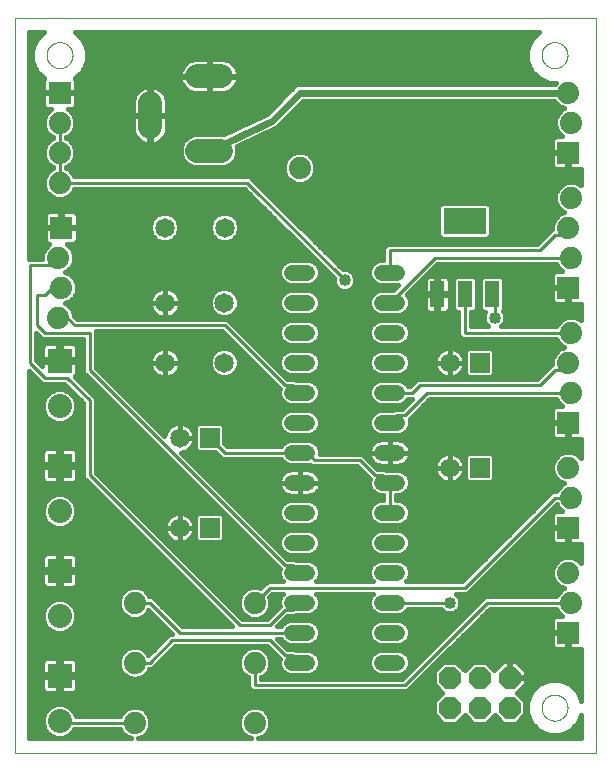
<source format=gtl>
G75*
%MOIN*%
%OFA0B0*%
%FSLAX25Y25*%
%IPPOS*%
%LPD*%
%AMOC8*
5,1,8,0,0,1.08239X$1,22.5*
%
%ADD10C,0.00000*%
%ADD11C,0.05200*%
%ADD12C,0.07874*%
%ADD13R,0.08000X0.08000*%
%ADD14C,0.08000*%
%ADD15C,0.07400*%
%ADD16R,0.07400X0.07400*%
%ADD17C,0.06500*%
%ADD18R,0.06500X0.06500*%
%ADD19OC8,0.07400*%
%ADD20R,0.04800X0.08800*%
%ADD21R,0.14173X0.08661*%
%ADD22C,0.01600*%
%ADD23C,0.01000*%
%ADD24C,0.04000*%
%ADD25C,0.02400*%
D10*
X0030619Y0026367D02*
X0030619Y0271328D01*
X0224320Y0271328D01*
X0224320Y0026367D01*
X0030619Y0026367D01*
X0206288Y0041367D02*
X0206290Y0041498D01*
X0206296Y0041630D01*
X0206306Y0041761D01*
X0206320Y0041892D01*
X0206338Y0042022D01*
X0206360Y0042151D01*
X0206385Y0042280D01*
X0206415Y0042408D01*
X0206449Y0042535D01*
X0206486Y0042662D01*
X0206527Y0042786D01*
X0206572Y0042910D01*
X0206621Y0043032D01*
X0206673Y0043153D01*
X0206729Y0043271D01*
X0206789Y0043389D01*
X0206852Y0043504D01*
X0206919Y0043617D01*
X0206989Y0043729D01*
X0207062Y0043838D01*
X0207138Y0043944D01*
X0207218Y0044049D01*
X0207301Y0044151D01*
X0207387Y0044250D01*
X0207476Y0044347D01*
X0207568Y0044441D01*
X0207663Y0044532D01*
X0207760Y0044621D01*
X0207860Y0044706D01*
X0207963Y0044788D01*
X0208068Y0044867D01*
X0208175Y0044943D01*
X0208285Y0045015D01*
X0208397Y0045084D01*
X0208511Y0045150D01*
X0208626Y0045212D01*
X0208744Y0045271D01*
X0208863Y0045326D01*
X0208984Y0045378D01*
X0209107Y0045425D01*
X0209231Y0045469D01*
X0209356Y0045510D01*
X0209482Y0045546D01*
X0209610Y0045579D01*
X0209738Y0045607D01*
X0209867Y0045632D01*
X0209997Y0045653D01*
X0210127Y0045670D01*
X0210258Y0045683D01*
X0210389Y0045692D01*
X0210520Y0045697D01*
X0210652Y0045698D01*
X0210783Y0045695D01*
X0210915Y0045688D01*
X0211046Y0045677D01*
X0211176Y0045662D01*
X0211306Y0045643D01*
X0211436Y0045620D01*
X0211564Y0045594D01*
X0211692Y0045563D01*
X0211819Y0045528D01*
X0211945Y0045490D01*
X0212069Y0045448D01*
X0212193Y0045402D01*
X0212314Y0045352D01*
X0212434Y0045299D01*
X0212553Y0045242D01*
X0212670Y0045182D01*
X0212784Y0045118D01*
X0212897Y0045050D01*
X0213008Y0044979D01*
X0213117Y0044905D01*
X0213223Y0044828D01*
X0213327Y0044747D01*
X0213428Y0044664D01*
X0213527Y0044577D01*
X0213623Y0044487D01*
X0213716Y0044394D01*
X0213807Y0044299D01*
X0213894Y0044201D01*
X0213979Y0044100D01*
X0214060Y0043997D01*
X0214138Y0043891D01*
X0214213Y0043783D01*
X0214285Y0043673D01*
X0214353Y0043561D01*
X0214418Y0043447D01*
X0214479Y0043330D01*
X0214537Y0043212D01*
X0214591Y0043092D01*
X0214642Y0042971D01*
X0214689Y0042848D01*
X0214732Y0042724D01*
X0214771Y0042599D01*
X0214807Y0042472D01*
X0214838Y0042344D01*
X0214866Y0042216D01*
X0214890Y0042087D01*
X0214910Y0041957D01*
X0214926Y0041826D01*
X0214938Y0041695D01*
X0214946Y0041564D01*
X0214950Y0041433D01*
X0214950Y0041301D01*
X0214946Y0041170D01*
X0214938Y0041039D01*
X0214926Y0040908D01*
X0214910Y0040777D01*
X0214890Y0040647D01*
X0214866Y0040518D01*
X0214838Y0040390D01*
X0214807Y0040262D01*
X0214771Y0040135D01*
X0214732Y0040010D01*
X0214689Y0039886D01*
X0214642Y0039763D01*
X0214591Y0039642D01*
X0214537Y0039522D01*
X0214479Y0039404D01*
X0214418Y0039287D01*
X0214353Y0039173D01*
X0214285Y0039061D01*
X0214213Y0038951D01*
X0214138Y0038843D01*
X0214060Y0038737D01*
X0213979Y0038634D01*
X0213894Y0038533D01*
X0213807Y0038435D01*
X0213716Y0038340D01*
X0213623Y0038247D01*
X0213527Y0038157D01*
X0213428Y0038070D01*
X0213327Y0037987D01*
X0213223Y0037906D01*
X0213117Y0037829D01*
X0213008Y0037755D01*
X0212897Y0037684D01*
X0212785Y0037616D01*
X0212670Y0037552D01*
X0212553Y0037492D01*
X0212434Y0037435D01*
X0212314Y0037382D01*
X0212193Y0037332D01*
X0212069Y0037286D01*
X0211945Y0037244D01*
X0211819Y0037206D01*
X0211692Y0037171D01*
X0211564Y0037140D01*
X0211436Y0037114D01*
X0211306Y0037091D01*
X0211176Y0037072D01*
X0211046Y0037057D01*
X0210915Y0037046D01*
X0210783Y0037039D01*
X0210652Y0037036D01*
X0210520Y0037037D01*
X0210389Y0037042D01*
X0210258Y0037051D01*
X0210127Y0037064D01*
X0209997Y0037081D01*
X0209867Y0037102D01*
X0209738Y0037127D01*
X0209610Y0037155D01*
X0209482Y0037188D01*
X0209356Y0037224D01*
X0209231Y0037265D01*
X0209107Y0037309D01*
X0208984Y0037356D01*
X0208863Y0037408D01*
X0208744Y0037463D01*
X0208626Y0037522D01*
X0208511Y0037584D01*
X0208397Y0037650D01*
X0208285Y0037719D01*
X0208175Y0037791D01*
X0208068Y0037867D01*
X0207963Y0037946D01*
X0207860Y0038028D01*
X0207760Y0038113D01*
X0207663Y0038202D01*
X0207568Y0038293D01*
X0207476Y0038387D01*
X0207387Y0038484D01*
X0207301Y0038583D01*
X0207218Y0038685D01*
X0207138Y0038790D01*
X0207062Y0038896D01*
X0206989Y0039005D01*
X0206919Y0039117D01*
X0206852Y0039230D01*
X0206789Y0039345D01*
X0206729Y0039463D01*
X0206673Y0039581D01*
X0206621Y0039702D01*
X0206572Y0039824D01*
X0206527Y0039948D01*
X0206486Y0040072D01*
X0206449Y0040199D01*
X0206415Y0040326D01*
X0206385Y0040454D01*
X0206360Y0040583D01*
X0206338Y0040712D01*
X0206320Y0040842D01*
X0206306Y0040973D01*
X0206296Y0041104D01*
X0206290Y0041236D01*
X0206288Y0041367D01*
X0206288Y0258867D02*
X0206290Y0258998D01*
X0206296Y0259130D01*
X0206306Y0259261D01*
X0206320Y0259392D01*
X0206338Y0259522D01*
X0206360Y0259651D01*
X0206385Y0259780D01*
X0206415Y0259908D01*
X0206449Y0260035D01*
X0206486Y0260162D01*
X0206527Y0260286D01*
X0206572Y0260410D01*
X0206621Y0260532D01*
X0206673Y0260653D01*
X0206729Y0260771D01*
X0206789Y0260889D01*
X0206852Y0261004D01*
X0206919Y0261117D01*
X0206989Y0261229D01*
X0207062Y0261338D01*
X0207138Y0261444D01*
X0207218Y0261549D01*
X0207301Y0261651D01*
X0207387Y0261750D01*
X0207476Y0261847D01*
X0207568Y0261941D01*
X0207663Y0262032D01*
X0207760Y0262121D01*
X0207860Y0262206D01*
X0207963Y0262288D01*
X0208068Y0262367D01*
X0208175Y0262443D01*
X0208285Y0262515D01*
X0208397Y0262584D01*
X0208511Y0262650D01*
X0208626Y0262712D01*
X0208744Y0262771D01*
X0208863Y0262826D01*
X0208984Y0262878D01*
X0209107Y0262925D01*
X0209231Y0262969D01*
X0209356Y0263010D01*
X0209482Y0263046D01*
X0209610Y0263079D01*
X0209738Y0263107D01*
X0209867Y0263132D01*
X0209997Y0263153D01*
X0210127Y0263170D01*
X0210258Y0263183D01*
X0210389Y0263192D01*
X0210520Y0263197D01*
X0210652Y0263198D01*
X0210783Y0263195D01*
X0210915Y0263188D01*
X0211046Y0263177D01*
X0211176Y0263162D01*
X0211306Y0263143D01*
X0211436Y0263120D01*
X0211564Y0263094D01*
X0211692Y0263063D01*
X0211819Y0263028D01*
X0211945Y0262990D01*
X0212069Y0262948D01*
X0212193Y0262902D01*
X0212314Y0262852D01*
X0212434Y0262799D01*
X0212553Y0262742D01*
X0212670Y0262682D01*
X0212784Y0262618D01*
X0212897Y0262550D01*
X0213008Y0262479D01*
X0213117Y0262405D01*
X0213223Y0262328D01*
X0213327Y0262247D01*
X0213428Y0262164D01*
X0213527Y0262077D01*
X0213623Y0261987D01*
X0213716Y0261894D01*
X0213807Y0261799D01*
X0213894Y0261701D01*
X0213979Y0261600D01*
X0214060Y0261497D01*
X0214138Y0261391D01*
X0214213Y0261283D01*
X0214285Y0261173D01*
X0214353Y0261061D01*
X0214418Y0260947D01*
X0214479Y0260830D01*
X0214537Y0260712D01*
X0214591Y0260592D01*
X0214642Y0260471D01*
X0214689Y0260348D01*
X0214732Y0260224D01*
X0214771Y0260099D01*
X0214807Y0259972D01*
X0214838Y0259844D01*
X0214866Y0259716D01*
X0214890Y0259587D01*
X0214910Y0259457D01*
X0214926Y0259326D01*
X0214938Y0259195D01*
X0214946Y0259064D01*
X0214950Y0258933D01*
X0214950Y0258801D01*
X0214946Y0258670D01*
X0214938Y0258539D01*
X0214926Y0258408D01*
X0214910Y0258277D01*
X0214890Y0258147D01*
X0214866Y0258018D01*
X0214838Y0257890D01*
X0214807Y0257762D01*
X0214771Y0257635D01*
X0214732Y0257510D01*
X0214689Y0257386D01*
X0214642Y0257263D01*
X0214591Y0257142D01*
X0214537Y0257022D01*
X0214479Y0256904D01*
X0214418Y0256787D01*
X0214353Y0256673D01*
X0214285Y0256561D01*
X0214213Y0256451D01*
X0214138Y0256343D01*
X0214060Y0256237D01*
X0213979Y0256134D01*
X0213894Y0256033D01*
X0213807Y0255935D01*
X0213716Y0255840D01*
X0213623Y0255747D01*
X0213527Y0255657D01*
X0213428Y0255570D01*
X0213327Y0255487D01*
X0213223Y0255406D01*
X0213117Y0255329D01*
X0213008Y0255255D01*
X0212897Y0255184D01*
X0212785Y0255116D01*
X0212670Y0255052D01*
X0212553Y0254992D01*
X0212434Y0254935D01*
X0212314Y0254882D01*
X0212193Y0254832D01*
X0212069Y0254786D01*
X0211945Y0254744D01*
X0211819Y0254706D01*
X0211692Y0254671D01*
X0211564Y0254640D01*
X0211436Y0254614D01*
X0211306Y0254591D01*
X0211176Y0254572D01*
X0211046Y0254557D01*
X0210915Y0254546D01*
X0210783Y0254539D01*
X0210652Y0254536D01*
X0210520Y0254537D01*
X0210389Y0254542D01*
X0210258Y0254551D01*
X0210127Y0254564D01*
X0209997Y0254581D01*
X0209867Y0254602D01*
X0209738Y0254627D01*
X0209610Y0254655D01*
X0209482Y0254688D01*
X0209356Y0254724D01*
X0209231Y0254765D01*
X0209107Y0254809D01*
X0208984Y0254856D01*
X0208863Y0254908D01*
X0208744Y0254963D01*
X0208626Y0255022D01*
X0208511Y0255084D01*
X0208397Y0255150D01*
X0208285Y0255219D01*
X0208175Y0255291D01*
X0208068Y0255367D01*
X0207963Y0255446D01*
X0207860Y0255528D01*
X0207760Y0255613D01*
X0207663Y0255702D01*
X0207568Y0255793D01*
X0207476Y0255887D01*
X0207387Y0255984D01*
X0207301Y0256083D01*
X0207218Y0256185D01*
X0207138Y0256290D01*
X0207062Y0256396D01*
X0206989Y0256505D01*
X0206919Y0256617D01*
X0206852Y0256730D01*
X0206789Y0256845D01*
X0206729Y0256963D01*
X0206673Y0257081D01*
X0206621Y0257202D01*
X0206572Y0257324D01*
X0206527Y0257448D01*
X0206486Y0257572D01*
X0206449Y0257699D01*
X0206415Y0257826D01*
X0206385Y0257954D01*
X0206360Y0258083D01*
X0206338Y0258212D01*
X0206320Y0258342D01*
X0206306Y0258473D01*
X0206296Y0258604D01*
X0206290Y0258736D01*
X0206288Y0258867D01*
X0041288Y0258867D02*
X0041290Y0258998D01*
X0041296Y0259130D01*
X0041306Y0259261D01*
X0041320Y0259392D01*
X0041338Y0259522D01*
X0041360Y0259651D01*
X0041385Y0259780D01*
X0041415Y0259908D01*
X0041449Y0260035D01*
X0041486Y0260162D01*
X0041527Y0260286D01*
X0041572Y0260410D01*
X0041621Y0260532D01*
X0041673Y0260653D01*
X0041729Y0260771D01*
X0041789Y0260889D01*
X0041852Y0261004D01*
X0041919Y0261117D01*
X0041989Y0261229D01*
X0042062Y0261338D01*
X0042138Y0261444D01*
X0042218Y0261549D01*
X0042301Y0261651D01*
X0042387Y0261750D01*
X0042476Y0261847D01*
X0042568Y0261941D01*
X0042663Y0262032D01*
X0042760Y0262121D01*
X0042860Y0262206D01*
X0042963Y0262288D01*
X0043068Y0262367D01*
X0043175Y0262443D01*
X0043285Y0262515D01*
X0043397Y0262584D01*
X0043511Y0262650D01*
X0043626Y0262712D01*
X0043744Y0262771D01*
X0043863Y0262826D01*
X0043984Y0262878D01*
X0044107Y0262925D01*
X0044231Y0262969D01*
X0044356Y0263010D01*
X0044482Y0263046D01*
X0044610Y0263079D01*
X0044738Y0263107D01*
X0044867Y0263132D01*
X0044997Y0263153D01*
X0045127Y0263170D01*
X0045258Y0263183D01*
X0045389Y0263192D01*
X0045520Y0263197D01*
X0045652Y0263198D01*
X0045783Y0263195D01*
X0045915Y0263188D01*
X0046046Y0263177D01*
X0046176Y0263162D01*
X0046306Y0263143D01*
X0046436Y0263120D01*
X0046564Y0263094D01*
X0046692Y0263063D01*
X0046819Y0263028D01*
X0046945Y0262990D01*
X0047069Y0262948D01*
X0047193Y0262902D01*
X0047314Y0262852D01*
X0047434Y0262799D01*
X0047553Y0262742D01*
X0047670Y0262682D01*
X0047784Y0262618D01*
X0047897Y0262550D01*
X0048008Y0262479D01*
X0048117Y0262405D01*
X0048223Y0262328D01*
X0048327Y0262247D01*
X0048428Y0262164D01*
X0048527Y0262077D01*
X0048623Y0261987D01*
X0048716Y0261894D01*
X0048807Y0261799D01*
X0048894Y0261701D01*
X0048979Y0261600D01*
X0049060Y0261497D01*
X0049138Y0261391D01*
X0049213Y0261283D01*
X0049285Y0261173D01*
X0049353Y0261061D01*
X0049418Y0260947D01*
X0049479Y0260830D01*
X0049537Y0260712D01*
X0049591Y0260592D01*
X0049642Y0260471D01*
X0049689Y0260348D01*
X0049732Y0260224D01*
X0049771Y0260099D01*
X0049807Y0259972D01*
X0049838Y0259844D01*
X0049866Y0259716D01*
X0049890Y0259587D01*
X0049910Y0259457D01*
X0049926Y0259326D01*
X0049938Y0259195D01*
X0049946Y0259064D01*
X0049950Y0258933D01*
X0049950Y0258801D01*
X0049946Y0258670D01*
X0049938Y0258539D01*
X0049926Y0258408D01*
X0049910Y0258277D01*
X0049890Y0258147D01*
X0049866Y0258018D01*
X0049838Y0257890D01*
X0049807Y0257762D01*
X0049771Y0257635D01*
X0049732Y0257510D01*
X0049689Y0257386D01*
X0049642Y0257263D01*
X0049591Y0257142D01*
X0049537Y0257022D01*
X0049479Y0256904D01*
X0049418Y0256787D01*
X0049353Y0256673D01*
X0049285Y0256561D01*
X0049213Y0256451D01*
X0049138Y0256343D01*
X0049060Y0256237D01*
X0048979Y0256134D01*
X0048894Y0256033D01*
X0048807Y0255935D01*
X0048716Y0255840D01*
X0048623Y0255747D01*
X0048527Y0255657D01*
X0048428Y0255570D01*
X0048327Y0255487D01*
X0048223Y0255406D01*
X0048117Y0255329D01*
X0048008Y0255255D01*
X0047897Y0255184D01*
X0047785Y0255116D01*
X0047670Y0255052D01*
X0047553Y0254992D01*
X0047434Y0254935D01*
X0047314Y0254882D01*
X0047193Y0254832D01*
X0047069Y0254786D01*
X0046945Y0254744D01*
X0046819Y0254706D01*
X0046692Y0254671D01*
X0046564Y0254640D01*
X0046436Y0254614D01*
X0046306Y0254591D01*
X0046176Y0254572D01*
X0046046Y0254557D01*
X0045915Y0254546D01*
X0045783Y0254539D01*
X0045652Y0254536D01*
X0045520Y0254537D01*
X0045389Y0254542D01*
X0045258Y0254551D01*
X0045127Y0254564D01*
X0044997Y0254581D01*
X0044867Y0254602D01*
X0044738Y0254627D01*
X0044610Y0254655D01*
X0044482Y0254688D01*
X0044356Y0254724D01*
X0044231Y0254765D01*
X0044107Y0254809D01*
X0043984Y0254856D01*
X0043863Y0254908D01*
X0043744Y0254963D01*
X0043626Y0255022D01*
X0043511Y0255084D01*
X0043397Y0255150D01*
X0043285Y0255219D01*
X0043175Y0255291D01*
X0043068Y0255367D01*
X0042963Y0255446D01*
X0042860Y0255528D01*
X0042760Y0255613D01*
X0042663Y0255702D01*
X0042568Y0255793D01*
X0042476Y0255887D01*
X0042387Y0255984D01*
X0042301Y0256083D01*
X0042218Y0256185D01*
X0042138Y0256290D01*
X0042062Y0256396D01*
X0041989Y0256505D01*
X0041919Y0256617D01*
X0041852Y0256730D01*
X0041789Y0256845D01*
X0041729Y0256963D01*
X0041673Y0257081D01*
X0041621Y0257202D01*
X0041572Y0257324D01*
X0041527Y0257448D01*
X0041486Y0257572D01*
X0041449Y0257699D01*
X0041415Y0257826D01*
X0041385Y0257954D01*
X0041360Y0258083D01*
X0041338Y0258212D01*
X0041320Y0258342D01*
X0041306Y0258473D01*
X0041296Y0258604D01*
X0041290Y0258736D01*
X0041288Y0258867D01*
D11*
X0123019Y0186367D02*
X0128219Y0186367D01*
X0128219Y0176367D02*
X0123019Y0176367D01*
X0123019Y0166367D02*
X0128219Y0166367D01*
X0128219Y0156367D02*
X0123019Y0156367D01*
X0123019Y0146367D02*
X0128219Y0146367D01*
X0128219Y0136367D02*
X0123019Y0136367D01*
X0123019Y0126367D02*
X0128219Y0126367D01*
X0128219Y0116367D02*
X0123019Y0116367D01*
X0123019Y0106367D02*
X0128219Y0106367D01*
X0128219Y0096367D02*
X0123019Y0096367D01*
X0123019Y0086367D02*
X0128219Y0086367D01*
X0128219Y0076367D02*
X0123019Y0076367D01*
X0123019Y0066367D02*
X0128219Y0066367D01*
X0128219Y0056367D02*
X0123019Y0056367D01*
X0153019Y0056367D02*
X0158219Y0056367D01*
X0158219Y0066367D02*
X0153019Y0066367D01*
X0153019Y0076367D02*
X0158219Y0076367D01*
X0158219Y0086367D02*
X0153019Y0086367D01*
X0153019Y0096367D02*
X0158219Y0096367D01*
X0158219Y0106367D02*
X0153019Y0106367D01*
X0153019Y0116367D02*
X0158219Y0116367D01*
X0158219Y0126367D02*
X0153019Y0126367D01*
X0153019Y0136367D02*
X0158219Y0136367D01*
X0158219Y0146367D02*
X0153019Y0146367D01*
X0153019Y0156367D02*
X0158219Y0156367D01*
X0158219Y0166367D02*
X0153019Y0166367D01*
X0153019Y0176367D02*
X0158219Y0176367D01*
X0158219Y0186367D02*
X0153019Y0186367D01*
D12*
X0099398Y0227036D02*
X0091524Y0227036D01*
X0075776Y0234910D02*
X0075776Y0242784D01*
X0091524Y0251839D02*
X0099398Y0251839D01*
D13*
X0045619Y0157067D03*
X0045619Y0122067D03*
X0045619Y0087067D03*
X0045619Y0052067D03*
D14*
X0045619Y0036887D03*
X0045619Y0071887D03*
X0045619Y0106887D03*
X0045619Y0141887D03*
D15*
X0045119Y0171367D03*
X0046119Y0181367D03*
X0045119Y0191367D03*
X0045619Y0216367D03*
X0045619Y0226367D03*
X0045619Y0236367D03*
X0125619Y0221367D03*
X0215119Y0201367D03*
X0216119Y0211367D03*
X0216119Y0191367D03*
X0216119Y0166367D03*
X0215119Y0156367D03*
X0216119Y0146367D03*
X0215119Y0121367D03*
X0216119Y0111367D03*
X0215119Y0086367D03*
X0216119Y0076367D03*
X0110619Y0076367D03*
X0110619Y0056367D03*
X0110619Y0036367D03*
X0070619Y0036367D03*
X0070619Y0056367D03*
X0070619Y0076367D03*
X0215119Y0246367D03*
X0216119Y0236367D03*
D16*
X0215119Y0226367D03*
X0215119Y0181367D03*
X0215119Y0136367D03*
X0215119Y0101367D03*
X0215119Y0066367D03*
X0046119Y0201367D03*
X0045619Y0246367D03*
D17*
X0080619Y0201367D03*
X0100619Y0201367D03*
X0100461Y0176367D03*
X0100461Y0156367D03*
X0080776Y0156367D03*
X0080776Y0176367D03*
X0085619Y0131367D03*
X0085619Y0101367D03*
X0175619Y0121367D03*
X0175619Y0156367D03*
D18*
X0185619Y0156367D03*
X0185619Y0121367D03*
X0095619Y0131367D03*
X0095619Y0101367D03*
D19*
X0175619Y0051367D03*
X0185619Y0051367D03*
X0195619Y0051367D03*
X0195619Y0041367D03*
X0185619Y0041367D03*
X0175619Y0041367D03*
D20*
X0171519Y0179167D03*
X0180619Y0179167D03*
X0189719Y0179167D03*
D21*
X0180619Y0203568D03*
D22*
X0171932Y0202947D02*
X0124509Y0202947D01*
X0122911Y0204545D02*
X0171932Y0204545D01*
X0171932Y0206144D02*
X0121312Y0206144D01*
X0119714Y0207742D02*
X0171932Y0207742D01*
X0171932Y0208561D02*
X0171932Y0198574D01*
X0172870Y0197637D01*
X0188368Y0197637D01*
X0189305Y0198574D01*
X0189305Y0208561D01*
X0188368Y0209498D01*
X0172870Y0209498D01*
X0171932Y0208561D01*
X0172712Y0209341D02*
X0118115Y0209341D01*
X0116516Y0210939D02*
X0210819Y0210939D01*
X0210819Y0210313D02*
X0211626Y0208365D01*
X0213117Y0206874D01*
X0213840Y0206574D01*
X0212117Y0205860D01*
X0210626Y0204369D01*
X0209819Y0202421D01*
X0209819Y0200967D01*
X0209749Y0200967D01*
X0208519Y0199737D01*
X0204749Y0195967D01*
X0154749Y0195967D01*
X0153519Y0194737D01*
X0153519Y0190567D01*
X0152183Y0190567D01*
X0150640Y0189928D01*
X0149458Y0188746D01*
X0148819Y0187202D01*
X0148819Y0185531D01*
X0149458Y0183988D01*
X0150640Y0182806D01*
X0152183Y0182167D01*
X0158449Y0182167D01*
X0156849Y0180567D01*
X0152183Y0180567D01*
X0150640Y0179928D01*
X0149458Y0178746D01*
X0148819Y0177202D01*
X0148819Y0175531D01*
X0149458Y0173988D01*
X0150640Y0172806D01*
X0152183Y0172167D01*
X0159054Y0172167D01*
X0160598Y0172806D01*
X0161779Y0173988D01*
X0162419Y0175531D01*
X0162419Y0177202D01*
X0161779Y0178746D01*
X0161374Y0179152D01*
X0171489Y0189267D01*
X0211252Y0189267D01*
X0211626Y0188365D01*
X0213117Y0186874D01*
X0213133Y0186867D01*
X0211182Y0186867D01*
X0210724Y0186744D01*
X0210314Y0186507D01*
X0209979Y0186172D01*
X0209742Y0185762D01*
X0209619Y0185304D01*
X0209619Y0181567D01*
X0214919Y0181567D01*
X0214919Y0181167D01*
X0215319Y0181167D01*
X0215319Y0175867D01*
X0219056Y0175867D01*
X0219514Y0175990D01*
X0219520Y0175993D01*
X0219520Y0170461D01*
X0219121Y0170860D01*
X0217173Y0171667D01*
X0215065Y0171667D01*
X0213117Y0170860D01*
X0211626Y0169369D01*
X0211252Y0168467D01*
X0192810Y0168467D01*
X0193671Y0169328D01*
X0194219Y0170651D01*
X0194219Y0172083D01*
X0193671Y0173406D01*
X0193346Y0173731D01*
X0193719Y0174104D01*
X0193719Y0184230D01*
X0192782Y0185167D01*
X0186656Y0185167D01*
X0185719Y0184230D01*
X0185719Y0174104D01*
X0186656Y0173167D01*
X0187468Y0173167D01*
X0187019Y0172083D01*
X0187019Y0170651D01*
X0187567Y0169328D01*
X0188428Y0168467D01*
X0182719Y0168467D01*
X0182719Y0173167D01*
X0183682Y0173167D01*
X0184619Y0174104D01*
X0184619Y0184230D01*
X0183682Y0185167D01*
X0177556Y0185167D01*
X0176619Y0184230D01*
X0176619Y0174104D01*
X0177556Y0173167D01*
X0178519Y0173167D01*
X0178519Y0165497D01*
X0179749Y0164267D01*
X0211252Y0164267D01*
X0211626Y0163365D01*
X0213117Y0161874D01*
X0213840Y0161574D01*
X0212117Y0160860D01*
X0210626Y0159369D01*
X0209819Y0157421D01*
X0209819Y0155967D01*
X0209749Y0155967D01*
X0208519Y0154737D01*
X0204749Y0150967D01*
X0164749Y0150967D01*
X0163519Y0149737D01*
X0162249Y0148467D01*
X0161895Y0148467D01*
X0161779Y0148746D01*
X0160598Y0149928D01*
X0159054Y0150567D01*
X0152183Y0150567D01*
X0150640Y0149928D01*
X0149458Y0148746D01*
X0148819Y0147202D01*
X0148819Y0145531D01*
X0149458Y0143988D01*
X0150640Y0142806D01*
X0152183Y0142167D01*
X0159054Y0142167D01*
X0160598Y0142806D01*
X0161779Y0143988D01*
X0161895Y0144267D01*
X0163049Y0144267D01*
X0159749Y0140967D01*
X0157249Y0140967D01*
X0156849Y0140567D01*
X0152183Y0140567D01*
X0150640Y0139928D01*
X0149458Y0138746D01*
X0148819Y0137202D01*
X0148819Y0135531D01*
X0149458Y0133988D01*
X0150640Y0132806D01*
X0152183Y0132167D01*
X0159054Y0132167D01*
X0160598Y0132806D01*
X0161779Y0133988D01*
X0162419Y0135531D01*
X0162419Y0137202D01*
X0162274Y0137552D01*
X0168989Y0144267D01*
X0211252Y0144267D01*
X0211626Y0143365D01*
X0213117Y0141874D01*
X0213133Y0141867D01*
X0211182Y0141867D01*
X0210724Y0141744D01*
X0210314Y0141507D01*
X0209979Y0141172D01*
X0209742Y0140762D01*
X0209619Y0140304D01*
X0209619Y0136567D01*
X0214919Y0136567D01*
X0214919Y0136167D01*
X0215319Y0136167D01*
X0215319Y0130867D01*
X0219056Y0130867D01*
X0219514Y0130990D01*
X0219520Y0130993D01*
X0219520Y0124461D01*
X0218121Y0125860D01*
X0216173Y0126667D01*
X0214065Y0126667D01*
X0212117Y0125860D01*
X0210626Y0124369D01*
X0209819Y0122421D01*
X0209819Y0120313D01*
X0210626Y0118365D01*
X0212117Y0116874D01*
X0213840Y0116160D01*
X0213117Y0115860D01*
X0211626Y0114369D01*
X0211252Y0113467D01*
X0209749Y0113467D01*
X0208519Y0112237D01*
X0179749Y0083467D01*
X0161259Y0083467D01*
X0161779Y0083988D01*
X0162419Y0085531D01*
X0162419Y0087202D01*
X0161779Y0088746D01*
X0160598Y0089928D01*
X0159054Y0090567D01*
X0152183Y0090567D01*
X0150640Y0089928D01*
X0149458Y0088746D01*
X0148819Y0087202D01*
X0148819Y0085531D01*
X0149458Y0083988D01*
X0149979Y0083467D01*
X0131259Y0083467D01*
X0131779Y0083988D01*
X0132419Y0085531D01*
X0132419Y0087202D01*
X0131779Y0088746D01*
X0130598Y0089928D01*
X0129054Y0090567D01*
X0124389Y0090567D01*
X0123989Y0090967D01*
X0121489Y0090967D01*
X0086122Y0126334D01*
X0086801Y0126441D01*
X0087557Y0126687D01*
X0088266Y0127048D01*
X0088909Y0127515D01*
X0089471Y0128077D01*
X0089938Y0128720D01*
X0090299Y0129428D01*
X0090545Y0130184D01*
X0090669Y0130969D01*
X0090669Y0131367D01*
X0090669Y0131764D01*
X0090545Y0132549D01*
X0090299Y0133305D01*
X0089938Y0134014D01*
X0089471Y0134657D01*
X0088909Y0135219D01*
X0088266Y0135686D01*
X0087557Y0136047D01*
X0086801Y0136293D01*
X0086016Y0136417D01*
X0085619Y0136417D01*
X0085619Y0131367D01*
X0090669Y0131367D01*
X0085619Y0131367D01*
X0085619Y0131367D01*
X0085619Y0131367D01*
X0085619Y0136417D01*
X0085221Y0136417D01*
X0084436Y0136293D01*
X0083680Y0136047D01*
X0082972Y0135686D01*
X0082329Y0135219D01*
X0081767Y0134657D01*
X0081300Y0134014D01*
X0080939Y0133305D01*
X0080693Y0132549D01*
X0080586Y0131870D01*
X0057719Y0154737D01*
X0057719Y0166767D01*
X0099749Y0166767D01*
X0118964Y0147552D01*
X0118819Y0147202D01*
X0118819Y0145531D01*
X0119458Y0143988D01*
X0120640Y0142806D01*
X0122183Y0142167D01*
X0129054Y0142167D01*
X0130598Y0142806D01*
X0131779Y0143988D01*
X0132419Y0145531D01*
X0132419Y0147202D01*
X0131779Y0148746D01*
X0130598Y0149928D01*
X0129054Y0150567D01*
X0124389Y0150567D01*
X0123989Y0150967D01*
X0121489Y0150967D01*
X0102719Y0169737D01*
X0101489Y0170967D01*
X0051489Y0170967D01*
X0050419Y0172037D01*
X0050419Y0172421D01*
X0049612Y0174369D01*
X0048121Y0175860D01*
X0047397Y0176160D01*
X0049121Y0176874D01*
X0050612Y0178365D01*
X0051419Y0180313D01*
X0051419Y0182421D01*
X0050612Y0184369D01*
X0049121Y0185860D01*
X0047397Y0186574D01*
X0048121Y0186874D01*
X0049612Y0188365D01*
X0050419Y0190313D01*
X0050419Y0192421D01*
X0049612Y0194369D01*
X0048121Y0195860D01*
X0048104Y0195867D01*
X0050056Y0195867D01*
X0050514Y0195990D01*
X0050924Y0196227D01*
X0051259Y0196562D01*
X0051496Y0196972D01*
X0051619Y0197430D01*
X0051619Y0201167D01*
X0046319Y0201167D01*
X0046319Y0201567D01*
X0051619Y0201567D01*
X0051619Y0205304D01*
X0051496Y0205762D01*
X0051259Y0206172D01*
X0050924Y0206507D01*
X0050514Y0206744D01*
X0050056Y0206867D01*
X0046319Y0206867D01*
X0046319Y0201567D01*
X0045919Y0201567D01*
X0045919Y0206867D01*
X0042182Y0206867D01*
X0041724Y0206744D01*
X0041314Y0206507D01*
X0040979Y0206172D01*
X0040742Y0205762D01*
X0040619Y0205304D01*
X0040619Y0201567D01*
X0045919Y0201567D01*
X0045919Y0201167D01*
X0040619Y0201167D01*
X0040619Y0197430D01*
X0040742Y0196972D01*
X0040979Y0196562D01*
X0041314Y0196227D01*
X0041724Y0195990D01*
X0042152Y0195875D01*
X0042117Y0195860D01*
X0040626Y0194369D01*
X0039819Y0192421D01*
X0039819Y0190967D01*
X0035419Y0190967D01*
X0035419Y0266528D01*
X0040367Y0266528D01*
X0037878Y0264039D01*
X0036488Y0260683D01*
X0036488Y0257051D01*
X0037878Y0253695D01*
X0040447Y0251126D01*
X0040451Y0251125D01*
X0040242Y0250762D01*
X0040119Y0250304D01*
X0040119Y0246567D01*
X0045419Y0246567D01*
X0045419Y0246167D01*
X0040119Y0246167D01*
X0040119Y0242430D01*
X0040242Y0241972D01*
X0040479Y0241562D01*
X0040814Y0241227D01*
X0041224Y0240990D01*
X0041682Y0240867D01*
X0042633Y0240867D01*
X0042617Y0240860D01*
X0041126Y0239369D01*
X0040319Y0237421D01*
X0040319Y0235313D01*
X0041126Y0233365D01*
X0042617Y0231874D01*
X0043519Y0231500D01*
X0043519Y0231234D01*
X0042617Y0230860D01*
X0041126Y0229369D01*
X0040319Y0227421D01*
X0040319Y0225313D01*
X0041126Y0223365D01*
X0042617Y0221874D01*
X0043519Y0221500D01*
X0043519Y0221234D01*
X0042617Y0220860D01*
X0041126Y0219369D01*
X0040319Y0217421D01*
X0040319Y0215313D01*
X0041126Y0213365D01*
X0042617Y0211874D01*
X0044565Y0211067D01*
X0046673Y0211067D01*
X0048621Y0211874D01*
X0050112Y0213365D01*
X0050486Y0214267D01*
X0107249Y0214267D01*
X0137019Y0184497D01*
X0137019Y0183151D01*
X0137567Y0181828D01*
X0138580Y0180815D01*
X0139903Y0180267D01*
X0141335Y0180267D01*
X0142658Y0180815D01*
X0143671Y0181828D01*
X0144219Y0183151D01*
X0144219Y0184583D01*
X0143671Y0185906D01*
X0142658Y0186919D01*
X0141335Y0187467D01*
X0139989Y0187467D01*
X0110219Y0217237D01*
X0108989Y0218467D01*
X0050486Y0218467D01*
X0050112Y0219369D01*
X0048621Y0220860D01*
X0047719Y0221234D01*
X0047719Y0221500D01*
X0048621Y0221874D01*
X0050112Y0223365D01*
X0050919Y0225313D01*
X0050919Y0227421D01*
X0050112Y0229369D01*
X0048621Y0230860D01*
X0047719Y0231234D01*
X0047719Y0231500D01*
X0048621Y0231874D01*
X0050112Y0233365D01*
X0050919Y0235313D01*
X0050919Y0237421D01*
X0050112Y0239369D01*
X0048621Y0240860D01*
X0048604Y0240867D01*
X0049556Y0240867D01*
X0050014Y0240990D01*
X0050424Y0241227D01*
X0050759Y0241562D01*
X0050996Y0241972D01*
X0051119Y0242430D01*
X0051119Y0246167D01*
X0045819Y0246167D01*
X0045819Y0246567D01*
X0051119Y0246567D01*
X0051119Y0250304D01*
X0050996Y0250762D01*
X0050787Y0251125D01*
X0050791Y0251126D01*
X0053360Y0253695D01*
X0054750Y0257051D01*
X0054750Y0260683D01*
X0053360Y0264039D01*
X0050871Y0266528D01*
X0205367Y0266528D01*
X0202878Y0264039D01*
X0201488Y0260683D01*
X0201488Y0257051D01*
X0202878Y0253695D01*
X0205447Y0251126D01*
X0208803Y0249736D01*
X0210993Y0249736D01*
X0210626Y0249369D01*
X0210542Y0249167D01*
X0125062Y0249167D01*
X0124033Y0248741D01*
X0123245Y0247953D01*
X0114646Y0239354D01*
X0100513Y0232568D01*
X0100500Y0232573D01*
X0090423Y0232573D01*
X0088388Y0231730D01*
X0086830Y0230173D01*
X0085987Y0228138D01*
X0085987Y0225935D01*
X0086830Y0223900D01*
X0088388Y0222342D01*
X0090423Y0221499D01*
X0100500Y0221499D01*
X0102535Y0222342D01*
X0104092Y0223900D01*
X0104935Y0225935D01*
X0104935Y0228138D01*
X0104817Y0228422D01*
X0117431Y0234479D01*
X0117874Y0234662D01*
X0117930Y0234719D01*
X0118002Y0234753D01*
X0118322Y0235111D01*
X0126779Y0243567D01*
X0210542Y0243567D01*
X0210626Y0243365D01*
X0212117Y0241874D01*
X0213840Y0241160D01*
X0213117Y0240860D01*
X0211626Y0239369D01*
X0210819Y0237421D01*
X0210819Y0235313D01*
X0211626Y0233365D01*
X0213117Y0231874D01*
X0213133Y0231867D01*
X0211182Y0231867D01*
X0210724Y0231744D01*
X0210314Y0231507D01*
X0209979Y0231172D01*
X0209742Y0230762D01*
X0209619Y0230304D01*
X0209619Y0226567D01*
X0214919Y0226567D01*
X0214919Y0226167D01*
X0215319Y0226167D01*
X0215319Y0220867D01*
X0219056Y0220867D01*
X0219514Y0220990D01*
X0219520Y0220993D01*
X0219520Y0215461D01*
X0219121Y0215860D01*
X0217173Y0216667D01*
X0215065Y0216667D01*
X0213117Y0215860D01*
X0211626Y0214369D01*
X0210819Y0212421D01*
X0210819Y0210313D01*
X0211222Y0209341D02*
X0188526Y0209341D01*
X0189305Y0207742D02*
X0212248Y0207742D01*
X0212801Y0206144D02*
X0189305Y0206144D01*
X0189305Y0204545D02*
X0210802Y0204545D01*
X0210037Y0202947D02*
X0189305Y0202947D01*
X0189305Y0201348D02*
X0209819Y0201348D01*
X0208532Y0199750D02*
X0189305Y0199750D01*
X0188882Y0198151D02*
X0206933Y0198151D01*
X0205335Y0196553D02*
X0130903Y0196553D01*
X0129305Y0198151D02*
X0172355Y0198151D01*
X0171932Y0199750D02*
X0127706Y0199750D01*
X0126108Y0201348D02*
X0171932Y0201348D01*
X0170782Y0188560D02*
X0211545Y0188560D01*
X0213029Y0186961D02*
X0169183Y0186961D01*
X0168882Y0185367D02*
X0168424Y0185244D01*
X0168014Y0185007D01*
X0167679Y0184672D01*
X0167442Y0184262D01*
X0167319Y0183804D01*
X0167319Y0179567D01*
X0171119Y0179567D01*
X0171119Y0185367D01*
X0168882Y0185367D01*
X0168867Y0185363D02*
X0167585Y0185363D01*
X0167319Y0183764D02*
X0165986Y0183764D01*
X0167319Y0182166D02*
X0164388Y0182166D01*
X0162789Y0180567D02*
X0167319Y0180567D01*
X0167319Y0178767D02*
X0167319Y0174530D01*
X0167442Y0174072D01*
X0167679Y0173662D01*
X0168014Y0173327D01*
X0168424Y0173090D01*
X0168882Y0172967D01*
X0171119Y0172967D01*
X0171119Y0178767D01*
X0171919Y0178767D01*
X0171919Y0179567D01*
X0175719Y0179567D01*
X0175719Y0183804D01*
X0175596Y0184262D01*
X0175359Y0184672D01*
X0175024Y0185007D01*
X0174614Y0185244D01*
X0174156Y0185367D01*
X0171919Y0185367D01*
X0171919Y0179567D01*
X0171119Y0179567D01*
X0171119Y0178767D01*
X0167319Y0178767D01*
X0167319Y0177370D02*
X0162349Y0177370D01*
X0162419Y0175772D02*
X0167319Y0175772D01*
X0167414Y0174173D02*
X0161856Y0174173D01*
X0160039Y0172575D02*
X0178519Y0172575D01*
X0178519Y0170976D02*
X0051479Y0170976D01*
X0050355Y0172575D02*
X0077427Y0172575D01*
X0077487Y0172515D02*
X0078130Y0172048D01*
X0078838Y0171687D01*
X0079594Y0171441D01*
X0080379Y0171317D01*
X0080776Y0171317D01*
X0080776Y0176367D01*
X0080776Y0176367D01*
X0075726Y0176367D01*
X0075726Y0176764D01*
X0075851Y0177549D01*
X0076096Y0178305D01*
X0076457Y0179014D01*
X0076924Y0179657D01*
X0077487Y0180219D01*
X0078130Y0180686D01*
X0078838Y0181047D01*
X0079594Y0181293D01*
X0080379Y0181417D01*
X0080776Y0181417D01*
X0080776Y0176367D01*
X0075726Y0176367D01*
X0075726Y0175969D01*
X0075851Y0175184D01*
X0076096Y0174428D01*
X0076457Y0173720D01*
X0076924Y0173077D01*
X0077487Y0172515D01*
X0076226Y0174173D02*
X0049693Y0174173D01*
X0048209Y0175772D02*
X0075758Y0175772D01*
X0075822Y0177370D02*
X0049618Y0177370D01*
X0050862Y0178969D02*
X0076434Y0178969D01*
X0077966Y0180567D02*
X0051419Y0180567D01*
X0051419Y0182166D02*
X0137427Y0182166D01*
X0137019Y0183764D02*
X0131556Y0183764D01*
X0131779Y0183988D02*
X0132419Y0185531D01*
X0132419Y0187202D01*
X0131779Y0188746D01*
X0130598Y0189928D01*
X0129054Y0190567D01*
X0122183Y0190567D01*
X0120640Y0189928D01*
X0119458Y0188746D01*
X0118819Y0187202D01*
X0118819Y0185531D01*
X0119458Y0183988D01*
X0120640Y0182806D01*
X0122183Y0182167D01*
X0129054Y0182167D01*
X0130598Y0182806D01*
X0131779Y0183988D01*
X0132349Y0185363D02*
X0136153Y0185363D01*
X0134554Y0186961D02*
X0132419Y0186961D01*
X0132956Y0188560D02*
X0131857Y0188560D01*
X0131357Y0190159D02*
X0130040Y0190159D01*
X0129759Y0191757D02*
X0050419Y0191757D01*
X0050355Y0190159D02*
X0121197Y0190159D01*
X0119381Y0188560D02*
X0049693Y0188560D01*
X0048209Y0186961D02*
X0118819Y0186961D01*
X0118889Y0185363D02*
X0049618Y0185363D01*
X0050862Y0183764D02*
X0119682Y0183764D01*
X0120640Y0179928D02*
X0119458Y0178746D01*
X0118819Y0177202D01*
X0118819Y0175531D01*
X0119458Y0173988D01*
X0120640Y0172806D01*
X0122183Y0172167D01*
X0129054Y0172167D01*
X0130598Y0172806D01*
X0131779Y0173988D01*
X0132419Y0175531D01*
X0132419Y0177202D01*
X0131779Y0178746D01*
X0130598Y0179928D01*
X0129054Y0180567D01*
X0122183Y0180567D01*
X0120640Y0179928D01*
X0119681Y0178969D02*
X0104633Y0178969D01*
X0104573Y0179114D02*
X0103209Y0180479D01*
X0101426Y0181217D01*
X0099497Y0181217D01*
X0097714Y0180479D01*
X0096350Y0179114D01*
X0095611Y0177332D01*
X0095611Y0175402D01*
X0096350Y0173620D01*
X0097714Y0172255D01*
X0099497Y0171517D01*
X0101426Y0171517D01*
X0103209Y0172255D01*
X0104573Y0173620D01*
X0105311Y0175402D01*
X0105311Y0177332D01*
X0104573Y0179114D01*
X0105295Y0177370D02*
X0118889Y0177370D01*
X0118819Y0175772D02*
X0105311Y0175772D01*
X0104802Y0174173D02*
X0119381Y0174173D01*
X0121199Y0172575D02*
X0103528Y0172575D01*
X0103078Y0169378D02*
X0120090Y0169378D01*
X0120640Y0169928D02*
X0119458Y0168746D01*
X0118819Y0167202D01*
X0118819Y0165531D01*
X0119458Y0163988D01*
X0120640Y0162806D01*
X0122183Y0162167D01*
X0129054Y0162167D01*
X0130598Y0162806D01*
X0131779Y0163988D01*
X0132419Y0165531D01*
X0132419Y0167202D01*
X0131779Y0168746D01*
X0130598Y0169928D01*
X0129054Y0170567D01*
X0122183Y0170567D01*
X0120640Y0169928D01*
X0119058Y0167779D02*
X0104676Y0167779D01*
X0106275Y0166181D02*
X0118819Y0166181D01*
X0119212Y0164582D02*
X0107873Y0164582D01*
X0109472Y0162984D02*
X0120462Y0162984D01*
X0122183Y0160567D02*
X0120640Y0159928D01*
X0119458Y0158746D01*
X0118819Y0157202D01*
X0118819Y0155531D01*
X0119458Y0153988D01*
X0120640Y0152806D01*
X0122183Y0152167D01*
X0129054Y0152167D01*
X0130598Y0152806D01*
X0131779Y0153988D01*
X0132419Y0155531D01*
X0132419Y0157202D01*
X0131779Y0158746D01*
X0130598Y0159928D01*
X0129054Y0160567D01*
X0122183Y0160567D01*
X0120499Y0159787D02*
X0112669Y0159787D01*
X0111070Y0161385D02*
X0175022Y0161385D01*
X0175221Y0161417D02*
X0174436Y0161293D01*
X0173680Y0161047D01*
X0172972Y0160686D01*
X0172329Y0160219D01*
X0171767Y0159657D01*
X0171300Y0159014D01*
X0170939Y0158305D01*
X0170693Y0157549D01*
X0170569Y0156764D01*
X0170569Y0156367D01*
X0175619Y0156367D01*
X0180669Y0156367D01*
X0180669Y0156764D01*
X0180545Y0157549D01*
X0180299Y0158305D01*
X0179938Y0159014D01*
X0179471Y0159657D01*
X0178909Y0160219D01*
X0178266Y0160686D01*
X0177557Y0161047D01*
X0176801Y0161293D01*
X0176016Y0161417D01*
X0175619Y0161417D01*
X0175619Y0156367D01*
X0175619Y0156367D01*
X0175619Y0156367D01*
X0180669Y0156367D01*
X0180669Y0155969D01*
X0180545Y0155184D01*
X0180299Y0154428D01*
X0179938Y0153720D01*
X0179471Y0153077D01*
X0178909Y0152515D01*
X0178266Y0152048D01*
X0177557Y0151687D01*
X0176801Y0151441D01*
X0176016Y0151317D01*
X0175619Y0151317D01*
X0175619Y0156367D01*
X0175619Y0161417D01*
X0175221Y0161417D01*
X0175619Y0161385D02*
X0175619Y0161385D01*
X0176216Y0161385D02*
X0213385Y0161385D01*
X0212007Y0162984D02*
X0160775Y0162984D01*
X0160598Y0162806D02*
X0161779Y0163988D01*
X0162419Y0165531D01*
X0162419Y0167202D01*
X0161779Y0168746D01*
X0160598Y0169928D01*
X0159054Y0170567D01*
X0152183Y0170567D01*
X0150640Y0169928D01*
X0149458Y0168746D01*
X0148819Y0167202D01*
X0148819Y0165531D01*
X0149458Y0163988D01*
X0150640Y0162806D01*
X0152183Y0162167D01*
X0159054Y0162167D01*
X0160598Y0162806D01*
X0162026Y0164582D02*
X0179434Y0164582D01*
X0178519Y0166181D02*
X0162419Y0166181D01*
X0162180Y0167779D02*
X0178519Y0167779D01*
X0178519Y0169378D02*
X0161148Y0169378D01*
X0159054Y0160567D02*
X0160598Y0159928D01*
X0161779Y0158746D01*
X0162419Y0157202D01*
X0162419Y0155531D01*
X0161779Y0153988D01*
X0160598Y0152806D01*
X0159054Y0152167D01*
X0152183Y0152167D01*
X0150640Y0152806D01*
X0149458Y0153988D01*
X0148819Y0155531D01*
X0148819Y0157202D01*
X0149458Y0158746D01*
X0150640Y0159928D01*
X0152183Y0160567D01*
X0159054Y0160567D01*
X0160739Y0159787D02*
X0171897Y0159787D01*
X0170901Y0158188D02*
X0162011Y0158188D01*
X0162419Y0156590D02*
X0170569Y0156590D01*
X0170569Y0156367D02*
X0170569Y0155969D01*
X0170693Y0155184D01*
X0170939Y0154428D01*
X0171300Y0153720D01*
X0171767Y0153077D01*
X0172329Y0152515D01*
X0172972Y0152048D01*
X0173680Y0151687D01*
X0174436Y0151441D01*
X0175221Y0151317D01*
X0175619Y0151317D01*
X0175619Y0156367D01*
X0175619Y0156367D01*
X0175619Y0156367D01*
X0170569Y0156367D01*
X0170756Y0154991D02*
X0162195Y0154991D01*
X0161184Y0153393D02*
X0171538Y0153393D01*
X0173470Y0151794D02*
X0120661Y0151794D01*
X0120053Y0153393D02*
X0119063Y0153393D01*
X0119043Y0154991D02*
X0117464Y0154991D01*
X0118819Y0156590D02*
X0115866Y0156590D01*
X0114267Y0158188D02*
X0119227Y0158188D01*
X0114722Y0151794D02*
X0102096Y0151794D01*
X0101426Y0151517D02*
X0103209Y0152255D01*
X0104573Y0153620D01*
X0105311Y0155402D01*
X0105311Y0157332D01*
X0104573Y0159114D01*
X0103209Y0160479D01*
X0101426Y0161217D01*
X0099497Y0161217D01*
X0097714Y0160479D01*
X0096350Y0159114D01*
X0095611Y0157332D01*
X0095611Y0155402D01*
X0096350Y0153620D01*
X0097714Y0152255D01*
X0099497Y0151517D01*
X0101426Y0151517D01*
X0098827Y0151794D02*
X0082926Y0151794D01*
X0082715Y0151687D02*
X0083423Y0152048D01*
X0084066Y0152515D01*
X0084628Y0153077D01*
X0085096Y0153720D01*
X0085456Y0154428D01*
X0085702Y0155184D01*
X0085826Y0155969D01*
X0085826Y0156367D01*
X0085826Y0156764D01*
X0085702Y0157549D01*
X0085456Y0158305D01*
X0085096Y0159014D01*
X0084628Y0159657D01*
X0084066Y0160219D01*
X0083423Y0160686D01*
X0082715Y0161047D01*
X0081959Y0161293D01*
X0081174Y0161417D01*
X0080776Y0161417D01*
X0080379Y0161417D01*
X0079594Y0161293D01*
X0078838Y0161047D01*
X0078130Y0160686D01*
X0077487Y0160219D01*
X0076924Y0159657D01*
X0076457Y0159014D01*
X0076096Y0158305D01*
X0075851Y0157549D01*
X0075726Y0156764D01*
X0075726Y0156367D01*
X0080776Y0156367D01*
X0080776Y0156367D01*
X0075726Y0156367D01*
X0075726Y0155969D01*
X0075851Y0155184D01*
X0076096Y0154428D01*
X0076457Y0153720D01*
X0076924Y0153077D01*
X0077487Y0152515D01*
X0078130Y0152048D01*
X0078838Y0151687D01*
X0079594Y0151441D01*
X0080379Y0151317D01*
X0080776Y0151317D01*
X0080776Y0156367D01*
X0080776Y0161417D01*
X0080776Y0156367D01*
X0080776Y0156367D01*
X0080776Y0156367D01*
X0080776Y0151317D01*
X0081174Y0151317D01*
X0081959Y0151441D01*
X0082715Y0151687D01*
X0080776Y0151794D02*
X0080776Y0151794D01*
X0080776Y0153393D02*
X0080776Y0153393D01*
X0080776Y0154991D02*
X0080776Y0154991D01*
X0080777Y0156367D02*
X0080777Y0156367D01*
X0085826Y0156367D01*
X0080777Y0156367D01*
X0080776Y0156590D02*
X0080776Y0156590D01*
X0080776Y0158188D02*
X0080776Y0158188D01*
X0080776Y0159787D02*
X0080776Y0159787D01*
X0080776Y0161385D02*
X0080776Y0161385D01*
X0080179Y0161385D02*
X0057719Y0161385D01*
X0057719Y0159787D02*
X0077054Y0159787D01*
X0076058Y0158188D02*
X0057719Y0158188D01*
X0057719Y0156590D02*
X0075726Y0156590D01*
X0075913Y0154991D02*
X0057719Y0154991D01*
X0059063Y0153393D02*
X0076695Y0153393D01*
X0078627Y0151794D02*
X0060661Y0151794D01*
X0062260Y0150196D02*
X0116320Y0150196D01*
X0117919Y0148597D02*
X0063858Y0148597D01*
X0065457Y0146999D02*
X0118819Y0146999D01*
X0118873Y0145400D02*
X0067055Y0145400D01*
X0068654Y0143802D02*
X0119644Y0143802D01*
X0122096Y0142203D02*
X0070252Y0142203D01*
X0071851Y0140605D02*
X0156887Y0140605D01*
X0159142Y0142203D02*
X0160985Y0142203D01*
X0161593Y0143802D02*
X0162584Y0143802D01*
X0165326Y0140605D02*
X0209699Y0140605D01*
X0209619Y0139006D02*
X0163728Y0139006D01*
X0162334Y0137408D02*
X0209619Y0137408D01*
X0209619Y0136167D02*
X0209619Y0132430D01*
X0209742Y0131972D01*
X0209979Y0131562D01*
X0210314Y0131227D01*
X0210724Y0130990D01*
X0211182Y0130867D01*
X0214919Y0130867D01*
X0214919Y0136167D01*
X0209619Y0136167D01*
X0209619Y0135809D02*
X0162419Y0135809D01*
X0161872Y0134211D02*
X0209619Y0134211D01*
X0209619Y0132612D02*
X0160129Y0132612D01*
X0159249Y0130659D02*
X0158565Y0130767D01*
X0155619Y0130767D01*
X0155619Y0126367D01*
X0162619Y0126367D01*
X0162619Y0126713D01*
X0162511Y0127397D01*
X0162297Y0128056D01*
X0161982Y0128673D01*
X0161575Y0129233D01*
X0161085Y0129723D01*
X0160525Y0130130D01*
X0159908Y0130445D01*
X0159249Y0130659D01*
X0161393Y0129415D02*
X0219520Y0129415D01*
X0219520Y0127817D02*
X0162374Y0127817D01*
X0162619Y0126367D02*
X0155619Y0126367D01*
X0155619Y0126367D01*
X0155619Y0126367D01*
X0155619Y0130767D01*
X0152673Y0130767D01*
X0151989Y0130659D01*
X0151330Y0130445D01*
X0150713Y0130130D01*
X0150152Y0129723D01*
X0149663Y0129233D01*
X0149256Y0128673D01*
X0148941Y0128056D01*
X0148727Y0127397D01*
X0148619Y0126713D01*
X0148619Y0126367D01*
X0155619Y0126367D01*
X0155619Y0121967D01*
X0158565Y0121967D01*
X0159249Y0122075D01*
X0159908Y0122289D01*
X0160525Y0122604D01*
X0161085Y0123011D01*
X0161575Y0123501D01*
X0161982Y0124061D01*
X0162297Y0124678D01*
X0162511Y0125337D01*
X0162619Y0126021D01*
X0162619Y0126367D01*
X0162619Y0126218D02*
X0174207Y0126218D01*
X0174436Y0126293D02*
X0173680Y0126047D01*
X0172972Y0125686D01*
X0172329Y0125219D01*
X0171767Y0124657D01*
X0171300Y0124014D01*
X0170939Y0123305D01*
X0170693Y0122549D01*
X0170569Y0121764D01*
X0170569Y0121367D01*
X0175619Y0121367D01*
X0180669Y0121367D01*
X0180669Y0121764D01*
X0180545Y0122549D01*
X0180299Y0123305D01*
X0179938Y0124014D01*
X0179471Y0124657D01*
X0178909Y0125219D01*
X0178266Y0125686D01*
X0177557Y0126047D01*
X0176801Y0126293D01*
X0176016Y0126417D01*
X0175619Y0126417D01*
X0175619Y0121367D01*
X0175619Y0121367D01*
X0175619Y0121367D01*
X0180669Y0121367D01*
X0180669Y0120969D01*
X0180545Y0120184D01*
X0180299Y0119428D01*
X0179938Y0118720D01*
X0179471Y0118077D01*
X0178909Y0117515D01*
X0178266Y0117048D01*
X0177557Y0116687D01*
X0176801Y0116441D01*
X0176016Y0116317D01*
X0175619Y0116317D01*
X0175619Y0121367D01*
X0175619Y0126417D01*
X0175221Y0126417D01*
X0174436Y0126293D01*
X0175619Y0126218D02*
X0175619Y0126218D01*
X0177031Y0126218D02*
X0212981Y0126218D01*
X0210876Y0124620D02*
X0190469Y0124620D01*
X0190469Y0125280D02*
X0189532Y0126217D01*
X0181706Y0126217D01*
X0180769Y0125280D01*
X0180769Y0117454D01*
X0181706Y0116517D01*
X0189532Y0116517D01*
X0190469Y0117454D01*
X0190469Y0125280D01*
X0190469Y0123021D02*
X0210067Y0123021D01*
X0209819Y0121423D02*
X0190469Y0121423D01*
X0190469Y0119824D02*
X0210021Y0119824D01*
X0210765Y0118226D02*
X0190469Y0118226D01*
X0189642Y0116627D02*
X0212713Y0116627D01*
X0212285Y0115028D02*
X0162211Y0115028D01*
X0162419Y0115531D02*
X0162419Y0117202D01*
X0161779Y0118746D01*
X0160598Y0119928D01*
X0159054Y0120567D01*
X0154389Y0120567D01*
X0153989Y0120967D01*
X0151489Y0120967D01*
X0147719Y0124737D01*
X0146489Y0125967D01*
X0132419Y0125967D01*
X0132419Y0127202D01*
X0131779Y0128746D01*
X0130598Y0129928D01*
X0129054Y0130567D01*
X0122183Y0130567D01*
X0120640Y0129928D01*
X0119458Y0128746D01*
X0119343Y0128467D01*
X0101489Y0128467D01*
X0100469Y0129487D01*
X0100469Y0135280D01*
X0099532Y0136217D01*
X0091706Y0136217D01*
X0090769Y0135280D01*
X0090769Y0127454D01*
X0091706Y0126517D01*
X0097499Y0126517D01*
X0099749Y0124267D01*
X0119343Y0124267D01*
X0119458Y0123988D01*
X0120640Y0122806D01*
X0122183Y0122167D01*
X0129054Y0122167D01*
X0129263Y0122253D01*
X0129749Y0121767D01*
X0144749Y0121767D01*
X0148964Y0117552D01*
X0148819Y0117202D01*
X0148819Y0115531D01*
X0149458Y0113988D01*
X0150640Y0112806D01*
X0152183Y0112167D01*
X0153519Y0112167D01*
X0153519Y0110567D01*
X0152183Y0110567D01*
X0150640Y0109928D01*
X0149458Y0108746D01*
X0148819Y0107202D01*
X0148819Y0105531D01*
X0149458Y0103988D01*
X0150640Y0102806D01*
X0152183Y0102167D01*
X0159054Y0102167D01*
X0160598Y0102806D01*
X0161779Y0103988D01*
X0162419Y0105531D01*
X0162419Y0107202D01*
X0161779Y0108746D01*
X0160598Y0109928D01*
X0159054Y0110567D01*
X0157719Y0110567D01*
X0157719Y0112167D01*
X0159054Y0112167D01*
X0160598Y0112806D01*
X0161779Y0113988D01*
X0162419Y0115531D01*
X0162419Y0116627D02*
X0173865Y0116627D01*
X0173680Y0116687D02*
X0174436Y0116441D01*
X0175221Y0116317D01*
X0175619Y0116317D01*
X0175619Y0121367D01*
X0175619Y0121367D01*
X0175619Y0121367D01*
X0170569Y0121367D01*
X0170569Y0120969D01*
X0170693Y0120184D01*
X0170939Y0119428D01*
X0171300Y0118720D01*
X0171767Y0118077D01*
X0172329Y0117515D01*
X0172972Y0117048D01*
X0173680Y0116687D01*
X0175619Y0116627D02*
X0175619Y0116627D01*
X0175619Y0118226D02*
X0175619Y0118226D01*
X0175619Y0119824D02*
X0175619Y0119824D01*
X0175619Y0121423D02*
X0175619Y0121423D01*
X0175619Y0123021D02*
X0175619Y0123021D01*
X0175619Y0124620D02*
X0175619Y0124620D01*
X0171740Y0124620D02*
X0162267Y0124620D01*
X0161096Y0123021D02*
X0170846Y0123021D01*
X0170569Y0121423D02*
X0151033Y0121423D01*
X0151330Y0122289D02*
X0150713Y0122604D01*
X0150152Y0123011D01*
X0149663Y0123501D01*
X0149256Y0124061D01*
X0148941Y0124678D01*
X0148727Y0125337D01*
X0148619Y0126021D01*
X0148619Y0126367D01*
X0155619Y0126367D01*
X0155619Y0126367D01*
X0155619Y0126367D01*
X0155619Y0121967D01*
X0152673Y0121967D01*
X0151989Y0122075D01*
X0151330Y0122289D01*
X0150142Y0123021D02*
X0149435Y0123021D01*
X0148971Y0124620D02*
X0147836Y0124620D01*
X0148619Y0126218D02*
X0132419Y0126218D01*
X0132164Y0127817D02*
X0148863Y0127817D01*
X0149845Y0129415D02*
X0131110Y0129415D01*
X0130129Y0132612D02*
X0151109Y0132612D01*
X0149366Y0134211D02*
X0131872Y0134211D01*
X0131779Y0133988D02*
X0132419Y0135531D01*
X0132419Y0137202D01*
X0131779Y0138746D01*
X0130598Y0139928D01*
X0129054Y0140567D01*
X0122183Y0140567D01*
X0120640Y0139928D01*
X0119458Y0138746D01*
X0118819Y0137202D01*
X0118819Y0135531D01*
X0119458Y0133988D01*
X0120640Y0132806D01*
X0122183Y0132167D01*
X0129054Y0132167D01*
X0130598Y0132806D01*
X0131779Y0133988D01*
X0132419Y0135809D02*
X0148819Y0135809D01*
X0148904Y0137408D02*
X0132334Y0137408D01*
X0131519Y0139006D02*
X0149718Y0139006D01*
X0152096Y0142203D02*
X0129142Y0142203D01*
X0131593Y0143802D02*
X0149644Y0143802D01*
X0148873Y0145400D02*
X0132364Y0145400D01*
X0132419Y0146999D02*
X0148819Y0146999D01*
X0149397Y0148597D02*
X0131841Y0148597D01*
X0129950Y0150196D02*
X0151287Y0150196D01*
X0150053Y0153393D02*
X0131184Y0153393D01*
X0132195Y0154991D02*
X0149043Y0154991D01*
X0148819Y0156590D02*
X0132419Y0156590D01*
X0132011Y0158188D02*
X0149227Y0158188D01*
X0150499Y0159787D02*
X0130739Y0159787D01*
X0130775Y0162984D02*
X0150462Y0162984D01*
X0149212Y0164582D02*
X0132026Y0164582D01*
X0132419Y0166181D02*
X0148819Y0166181D01*
X0149058Y0167779D02*
X0132180Y0167779D01*
X0131148Y0169378D02*
X0150090Y0169378D01*
X0151199Y0172575D02*
X0130039Y0172575D01*
X0131856Y0174173D02*
X0149381Y0174173D01*
X0148819Y0175772D02*
X0132419Y0175772D01*
X0132349Y0177370D02*
X0148889Y0177370D01*
X0149681Y0178969D02*
X0131557Y0178969D01*
X0139177Y0180567D02*
X0102994Y0180567D01*
X0097929Y0180567D02*
X0083586Y0180567D01*
X0083423Y0180686D02*
X0082715Y0181047D01*
X0081959Y0181293D01*
X0081174Y0181417D01*
X0080776Y0181417D01*
X0080776Y0176367D01*
X0080776Y0176367D01*
X0080776Y0176367D01*
X0080776Y0171317D01*
X0081174Y0171317D01*
X0081959Y0171441D01*
X0082715Y0171687D01*
X0083423Y0172048D01*
X0084066Y0172515D01*
X0084628Y0173077D01*
X0085096Y0173720D01*
X0085456Y0174428D01*
X0085702Y0175184D01*
X0085826Y0175969D01*
X0085826Y0176367D01*
X0085826Y0176764D01*
X0085702Y0177549D01*
X0085456Y0178305D01*
X0085096Y0179014D01*
X0084628Y0179657D01*
X0084066Y0180219D01*
X0083423Y0180686D01*
X0085118Y0178969D02*
X0096290Y0178969D01*
X0095627Y0177370D02*
X0085730Y0177370D01*
X0085826Y0176367D02*
X0080777Y0176367D01*
X0080777Y0176367D01*
X0085826Y0176367D01*
X0085795Y0175772D02*
X0095611Y0175772D01*
X0096120Y0174173D02*
X0085326Y0174173D01*
X0084126Y0172575D02*
X0097395Y0172575D01*
X0100335Y0166181D02*
X0057719Y0166181D01*
X0057719Y0164582D02*
X0101934Y0164582D01*
X0103532Y0162984D02*
X0057719Y0162984D01*
X0053519Y0162984D02*
X0037719Y0162984D01*
X0037719Y0164582D02*
X0039434Y0164582D01*
X0039749Y0164267D02*
X0037719Y0166297D01*
X0037719Y0157237D01*
X0039819Y0155137D01*
X0039819Y0156686D01*
X0045238Y0156686D01*
X0045238Y0157448D01*
X0045238Y0162867D01*
X0041382Y0162867D01*
X0040924Y0162744D01*
X0040514Y0162507D01*
X0040179Y0162172D01*
X0039942Y0161762D01*
X0039819Y0161304D01*
X0039819Y0157448D01*
X0045238Y0157448D01*
X0046000Y0157448D01*
X0051419Y0157448D01*
X0051419Y0161304D01*
X0051296Y0161762D01*
X0051059Y0162172D01*
X0050724Y0162507D01*
X0050314Y0162744D01*
X0049856Y0162867D01*
X0046000Y0162867D01*
X0046000Y0157448D01*
X0046000Y0156686D01*
X0051419Y0156686D01*
X0051419Y0152830D01*
X0051296Y0152372D01*
X0051059Y0151962D01*
X0050777Y0151679D01*
X0057719Y0144737D01*
X0057719Y0119737D01*
X0106489Y0070967D01*
X0114749Y0070967D01*
X0118964Y0075182D01*
X0118819Y0075531D01*
X0118819Y0077202D01*
X0119458Y0078746D01*
X0119979Y0079267D01*
X0116489Y0079267D01*
X0115545Y0078323D01*
X0115919Y0077421D01*
X0115919Y0075313D01*
X0115112Y0073365D01*
X0113621Y0071874D01*
X0111673Y0071067D01*
X0109565Y0071067D01*
X0107617Y0071874D01*
X0106126Y0073365D01*
X0105319Y0075313D01*
X0105319Y0077421D01*
X0106126Y0079369D01*
X0107617Y0080860D01*
X0109565Y0081667D01*
X0111673Y0081667D01*
X0112575Y0081293D01*
X0113519Y0082237D01*
X0114749Y0083467D01*
X0119979Y0083467D01*
X0119458Y0083988D01*
X0118819Y0085531D01*
X0118819Y0087202D01*
X0118964Y0087552D01*
X0054749Y0151767D01*
X0053519Y0152997D01*
X0053519Y0164267D01*
X0039749Y0164267D01*
X0037835Y0166181D02*
X0037719Y0166181D01*
X0037719Y0161385D02*
X0039841Y0161385D01*
X0039819Y0159787D02*
X0037719Y0159787D01*
X0037719Y0158188D02*
X0039819Y0158188D01*
X0039819Y0156590D02*
X0038366Y0156590D01*
X0035419Y0153597D02*
X0039749Y0149267D01*
X0047249Y0149267D01*
X0053519Y0142997D01*
X0053519Y0117997D01*
X0054749Y0116767D01*
X0103049Y0068467D01*
X0086489Y0068467D01*
X0077719Y0077237D01*
X0076489Y0078467D01*
X0075486Y0078467D01*
X0075112Y0079369D01*
X0073621Y0080860D01*
X0071673Y0081667D01*
X0069565Y0081667D01*
X0067617Y0080860D01*
X0066126Y0079369D01*
X0065319Y0077421D01*
X0065319Y0075313D01*
X0066126Y0073365D01*
X0067617Y0071874D01*
X0069565Y0071067D01*
X0071673Y0071067D01*
X0073621Y0071874D01*
X0075112Y0073365D01*
X0075270Y0073746D01*
X0083049Y0065967D01*
X0082249Y0065967D01*
X0075270Y0058988D01*
X0075112Y0059369D01*
X0073621Y0060860D01*
X0071673Y0061667D01*
X0069565Y0061667D01*
X0067617Y0060860D01*
X0066126Y0059369D01*
X0065319Y0057421D01*
X0065319Y0055313D01*
X0066126Y0053365D01*
X0067617Y0051874D01*
X0069565Y0051067D01*
X0071673Y0051067D01*
X0073621Y0051874D01*
X0075112Y0053365D01*
X0075486Y0054267D01*
X0076489Y0054267D01*
X0077719Y0055497D01*
X0077719Y0055497D01*
X0083989Y0061767D01*
X0114749Y0061767D01*
X0118964Y0057552D01*
X0118819Y0057202D01*
X0118819Y0055531D01*
X0119458Y0053988D01*
X0120640Y0052806D01*
X0122183Y0052167D01*
X0129054Y0052167D01*
X0130598Y0052806D01*
X0131779Y0053988D01*
X0132419Y0055531D01*
X0132419Y0057202D01*
X0131779Y0058746D01*
X0130598Y0059928D01*
X0129054Y0060567D01*
X0124389Y0060567D01*
X0123989Y0060967D01*
X0121489Y0060967D01*
X0118189Y0064267D01*
X0119343Y0064267D01*
X0119458Y0063988D01*
X0120640Y0062806D01*
X0122183Y0062167D01*
X0129054Y0062167D01*
X0130598Y0062806D01*
X0131779Y0063988D01*
X0132419Y0065531D01*
X0132419Y0067202D01*
X0131779Y0068746D01*
X0130598Y0069928D01*
X0129054Y0070567D01*
X0122183Y0070567D01*
X0120640Y0069928D01*
X0119458Y0068746D01*
X0119343Y0068467D01*
X0118189Y0068467D01*
X0121489Y0071767D01*
X0123989Y0071767D01*
X0124389Y0072167D01*
X0129054Y0072167D01*
X0130598Y0072806D01*
X0131779Y0073988D01*
X0132419Y0075531D01*
X0132419Y0077202D01*
X0131779Y0078746D01*
X0131259Y0079267D01*
X0149979Y0079267D01*
X0149458Y0078746D01*
X0148819Y0077202D01*
X0148819Y0075531D01*
X0149458Y0073988D01*
X0150640Y0072806D01*
X0152183Y0072167D01*
X0159054Y0072167D01*
X0160598Y0072806D01*
X0161779Y0073988D01*
X0161895Y0074267D01*
X0172628Y0074267D01*
X0173580Y0073315D01*
X0174903Y0072767D01*
X0176335Y0072767D01*
X0177658Y0073315D01*
X0178671Y0074328D01*
X0179219Y0075651D01*
X0179219Y0077083D01*
X0178671Y0078406D01*
X0177810Y0079267D01*
X0181489Y0079267D01*
X0211321Y0109100D01*
X0211626Y0108365D01*
X0213117Y0106874D01*
X0213133Y0106867D01*
X0211182Y0106867D01*
X0210724Y0106744D01*
X0210314Y0106507D01*
X0209979Y0106172D01*
X0209742Y0105762D01*
X0209619Y0105304D01*
X0209619Y0101567D01*
X0214919Y0101567D01*
X0214919Y0101167D01*
X0215319Y0101167D01*
X0215319Y0095867D01*
X0219056Y0095867D01*
X0219514Y0095990D01*
X0219520Y0095993D01*
X0219520Y0089461D01*
X0218121Y0090860D01*
X0216173Y0091667D01*
X0214065Y0091667D01*
X0212117Y0090860D01*
X0210626Y0089369D01*
X0209819Y0087421D01*
X0209819Y0085313D01*
X0210626Y0083365D01*
X0212117Y0081874D01*
X0213840Y0081160D01*
X0213117Y0080860D01*
X0211626Y0079369D01*
X0211252Y0078467D01*
X0187249Y0078467D01*
X0186019Y0077237D01*
X0159749Y0050967D01*
X0112719Y0050967D01*
X0112719Y0051500D01*
X0113621Y0051874D01*
X0115112Y0053365D01*
X0115919Y0055313D01*
X0115919Y0057421D01*
X0115112Y0059369D01*
X0113621Y0060860D01*
X0111673Y0061667D01*
X0109565Y0061667D01*
X0107617Y0060860D01*
X0106126Y0059369D01*
X0105319Y0057421D01*
X0105319Y0055313D01*
X0106126Y0053365D01*
X0107617Y0051874D01*
X0108519Y0051500D01*
X0108519Y0047997D01*
X0109749Y0046767D01*
X0161489Y0046767D01*
X0188989Y0074267D01*
X0211252Y0074267D01*
X0211626Y0073365D01*
X0213117Y0071874D01*
X0213133Y0071867D01*
X0211182Y0071867D01*
X0210724Y0071744D01*
X0210314Y0071507D01*
X0209979Y0071172D01*
X0209742Y0070762D01*
X0209619Y0070304D01*
X0209619Y0066567D01*
X0214919Y0066567D01*
X0214919Y0066167D01*
X0215319Y0066167D01*
X0215319Y0060867D01*
X0219056Y0060867D01*
X0219514Y0060990D01*
X0219520Y0060993D01*
X0219520Y0043738D01*
X0218360Y0046539D01*
X0215791Y0049108D01*
X0212435Y0050498D01*
X0208803Y0050498D01*
X0205447Y0049108D01*
X0202878Y0046539D01*
X0201488Y0043183D01*
X0201488Y0039551D01*
X0202878Y0036195D01*
X0205447Y0033626D01*
X0208803Y0032236D01*
X0212435Y0032236D01*
X0215791Y0033626D01*
X0218360Y0036195D01*
X0219520Y0038996D01*
X0219520Y0031167D01*
X0111914Y0031167D01*
X0113621Y0031874D01*
X0115112Y0033365D01*
X0115919Y0035313D01*
X0115919Y0037421D01*
X0115112Y0039369D01*
X0113621Y0040860D01*
X0111673Y0041667D01*
X0109565Y0041667D01*
X0107617Y0040860D01*
X0106126Y0039369D01*
X0105319Y0037421D01*
X0105319Y0035313D01*
X0106126Y0033365D01*
X0107617Y0031874D01*
X0109323Y0031167D01*
X0071914Y0031167D01*
X0073621Y0031874D01*
X0075112Y0033365D01*
X0075919Y0035313D01*
X0075919Y0037421D01*
X0075112Y0039369D01*
X0073621Y0040860D01*
X0071673Y0041667D01*
X0069565Y0041667D01*
X0067617Y0040860D01*
X0066126Y0039369D01*
X0065752Y0038467D01*
X0051026Y0038467D01*
X0050366Y0040060D01*
X0048791Y0041635D01*
X0046733Y0042487D01*
X0044505Y0042487D01*
X0042447Y0041635D01*
X0040871Y0040060D01*
X0040019Y0038001D01*
X0040019Y0035773D01*
X0040871Y0033715D01*
X0042447Y0032140D01*
X0044505Y0031287D01*
X0046733Y0031287D01*
X0048791Y0032140D01*
X0050366Y0033715D01*
X0050595Y0034267D01*
X0065752Y0034267D01*
X0066126Y0033365D01*
X0067617Y0031874D01*
X0069323Y0031167D01*
X0035419Y0031167D01*
X0035419Y0153597D01*
X0035419Y0153393D02*
X0035623Y0153393D01*
X0035419Y0151794D02*
X0037222Y0151794D01*
X0038820Y0150196D02*
X0035419Y0150196D01*
X0035419Y0148597D02*
X0047919Y0148597D01*
X0047913Y0146999D02*
X0049517Y0146999D01*
X0048791Y0146635D02*
X0046733Y0147487D01*
X0044505Y0147487D01*
X0042447Y0146635D01*
X0040871Y0145060D01*
X0040019Y0143001D01*
X0040019Y0140773D01*
X0040871Y0138715D01*
X0042447Y0137140D01*
X0044505Y0136287D01*
X0046733Y0136287D01*
X0048791Y0137140D01*
X0050366Y0138715D01*
X0051219Y0140773D01*
X0051219Y0143001D01*
X0050366Y0145060D01*
X0048791Y0146635D01*
X0050026Y0145400D02*
X0051116Y0145400D01*
X0050887Y0143802D02*
X0052714Y0143802D01*
X0053519Y0142203D02*
X0051219Y0142203D01*
X0051149Y0140605D02*
X0053519Y0140605D01*
X0053519Y0139006D02*
X0050487Y0139006D01*
X0049059Y0137408D02*
X0053519Y0137408D01*
X0053519Y0135809D02*
X0035419Y0135809D01*
X0035419Y0134211D02*
X0053519Y0134211D01*
X0053519Y0132612D02*
X0035419Y0132612D01*
X0035419Y0131014D02*
X0053519Y0131014D01*
X0053519Y0129415D02*
X0035419Y0129415D01*
X0035419Y0127817D02*
X0041194Y0127817D01*
X0041382Y0127867D02*
X0040924Y0127744D01*
X0040514Y0127507D01*
X0040179Y0127172D01*
X0039942Y0126762D01*
X0039819Y0126304D01*
X0039819Y0122448D01*
X0045238Y0122448D01*
X0045238Y0127867D01*
X0041382Y0127867D01*
X0039819Y0126218D02*
X0035419Y0126218D01*
X0035419Y0124620D02*
X0039819Y0124620D01*
X0039819Y0123021D02*
X0035419Y0123021D01*
X0035419Y0121423D02*
X0039819Y0121423D01*
X0039819Y0121686D02*
X0039819Y0117830D01*
X0039942Y0117372D01*
X0040179Y0116962D01*
X0040514Y0116627D01*
X0040924Y0116390D01*
X0041382Y0116267D01*
X0045238Y0116267D01*
X0045238Y0121686D01*
X0046000Y0121686D01*
X0046000Y0122448D01*
X0051419Y0122448D01*
X0051419Y0126304D01*
X0051296Y0126762D01*
X0051059Y0127172D01*
X0050724Y0127507D01*
X0050314Y0127744D01*
X0049856Y0127867D01*
X0046000Y0127867D01*
X0046000Y0122448D01*
X0045238Y0122448D01*
X0045238Y0121686D01*
X0039819Y0121686D01*
X0039819Y0119824D02*
X0035419Y0119824D01*
X0035419Y0118226D02*
X0039819Y0118226D01*
X0040513Y0116627D02*
X0035419Y0116627D01*
X0035419Y0115028D02*
X0056487Y0115028D01*
X0054889Y0116627D02*
X0050725Y0116627D01*
X0050724Y0116627D02*
X0051059Y0116962D01*
X0051296Y0117372D01*
X0051419Y0117830D01*
X0051419Y0121686D01*
X0046000Y0121686D01*
X0046000Y0116267D01*
X0049856Y0116267D01*
X0050314Y0116390D01*
X0050724Y0116627D01*
X0051419Y0118226D02*
X0053519Y0118226D01*
X0053519Y0119824D02*
X0051419Y0119824D01*
X0051419Y0121423D02*
X0053519Y0121423D01*
X0053519Y0123021D02*
X0051419Y0123021D01*
X0051419Y0124620D02*
X0053519Y0124620D01*
X0053519Y0126218D02*
X0051419Y0126218D01*
X0050044Y0127817D02*
X0053519Y0127817D01*
X0057719Y0127817D02*
X0078699Y0127817D01*
X0077101Y0129415D02*
X0057719Y0129415D01*
X0057719Y0131014D02*
X0075502Y0131014D01*
X0073904Y0132612D02*
X0057719Y0132612D01*
X0057719Y0134211D02*
X0072305Y0134211D01*
X0070707Y0135809D02*
X0057719Y0135809D01*
X0057719Y0137408D02*
X0069108Y0137408D01*
X0067510Y0139006D02*
X0057719Y0139006D01*
X0057719Y0140605D02*
X0065911Y0140605D01*
X0064313Y0142203D02*
X0057719Y0142203D01*
X0057719Y0143802D02*
X0062714Y0143802D01*
X0061116Y0145400D02*
X0057055Y0145400D01*
X0055457Y0146999D02*
X0059517Y0146999D01*
X0057919Y0148597D02*
X0053858Y0148597D01*
X0052260Y0150196D02*
X0056320Y0150196D01*
X0054722Y0151794D02*
X0050892Y0151794D01*
X0051419Y0153393D02*
X0053519Y0153393D01*
X0053519Y0154991D02*
X0051419Y0154991D01*
X0051419Y0156590D02*
X0053519Y0156590D01*
X0053519Y0158188D02*
X0051419Y0158188D01*
X0051419Y0159787D02*
X0053519Y0159787D01*
X0053519Y0161385D02*
X0051397Y0161385D01*
X0046000Y0161385D02*
X0045238Y0161385D01*
X0045238Y0159787D02*
X0046000Y0159787D01*
X0046000Y0158188D02*
X0045238Y0158188D01*
X0043325Y0146999D02*
X0035419Y0146999D01*
X0035419Y0145400D02*
X0041212Y0145400D01*
X0040350Y0143802D02*
X0035419Y0143802D01*
X0035419Y0142203D02*
X0040019Y0142203D01*
X0040089Y0140605D02*
X0035419Y0140605D01*
X0035419Y0139006D02*
X0040751Y0139006D01*
X0042179Y0137408D02*
X0035419Y0137408D01*
X0045238Y0127817D02*
X0046000Y0127817D01*
X0046000Y0126218D02*
X0045238Y0126218D01*
X0045238Y0124620D02*
X0046000Y0124620D01*
X0046000Y0123021D02*
X0045238Y0123021D01*
X0045238Y0121423D02*
X0046000Y0121423D01*
X0046000Y0119824D02*
X0045238Y0119824D01*
X0045238Y0118226D02*
X0046000Y0118226D01*
X0046000Y0116627D02*
X0045238Y0116627D01*
X0044505Y0112487D02*
X0042447Y0111635D01*
X0040871Y0110060D01*
X0040019Y0108001D01*
X0040019Y0105773D01*
X0040871Y0103715D01*
X0042447Y0102140D01*
X0044505Y0101287D01*
X0046733Y0101287D01*
X0048791Y0102140D01*
X0050366Y0103715D01*
X0051219Y0105773D01*
X0051219Y0108001D01*
X0050366Y0110060D01*
X0048791Y0111635D01*
X0046733Y0112487D01*
X0044505Y0112487D01*
X0042921Y0111831D02*
X0035419Y0111831D01*
X0035419Y0110233D02*
X0041045Y0110233D01*
X0040281Y0108634D02*
X0035419Y0108634D01*
X0035419Y0107036D02*
X0040019Y0107036D01*
X0040158Y0105437D02*
X0035419Y0105437D01*
X0035419Y0103839D02*
X0040820Y0103839D01*
X0042346Y0102240D02*
X0035419Y0102240D01*
X0035419Y0100642D02*
X0070874Y0100642D01*
X0069276Y0102240D02*
X0048891Y0102240D01*
X0050418Y0103839D02*
X0067677Y0103839D01*
X0066079Y0105437D02*
X0051080Y0105437D01*
X0051219Y0107036D02*
X0064480Y0107036D01*
X0062882Y0108634D02*
X0050957Y0108634D01*
X0050193Y0110233D02*
X0061283Y0110233D01*
X0059685Y0111831D02*
X0048316Y0111831D01*
X0058086Y0113430D02*
X0035419Y0113430D01*
X0035419Y0099043D02*
X0072473Y0099043D01*
X0074071Y0097445D02*
X0035419Y0097445D01*
X0035419Y0095846D02*
X0075670Y0095846D01*
X0077268Y0094248D02*
X0035419Y0094248D01*
X0035419Y0092649D02*
X0040760Y0092649D01*
X0040924Y0092744D02*
X0040514Y0092507D01*
X0040179Y0092172D01*
X0039942Y0091762D01*
X0039819Y0091304D01*
X0039819Y0087448D01*
X0045238Y0087448D01*
X0045238Y0092867D01*
X0041382Y0092867D01*
X0040924Y0092744D01*
X0039819Y0091051D02*
X0035419Y0091051D01*
X0035419Y0089452D02*
X0039819Y0089452D01*
X0039819Y0087854D02*
X0035419Y0087854D01*
X0035419Y0086255D02*
X0039819Y0086255D01*
X0039819Y0086686D02*
X0039819Y0082830D01*
X0039942Y0082372D01*
X0040179Y0081962D01*
X0040514Y0081627D01*
X0040924Y0081390D01*
X0041382Y0081267D01*
X0045238Y0081267D01*
X0045238Y0086686D01*
X0046000Y0086686D01*
X0046000Y0087448D01*
X0051419Y0087448D01*
X0051419Y0091304D01*
X0051296Y0091762D01*
X0051059Y0092172D01*
X0050724Y0092507D01*
X0050314Y0092744D01*
X0049856Y0092867D01*
X0046000Y0092867D01*
X0046000Y0087448D01*
X0045238Y0087448D01*
X0045238Y0086686D01*
X0039819Y0086686D01*
X0039819Y0084657D02*
X0035419Y0084657D01*
X0035419Y0083058D02*
X0039819Y0083058D01*
X0040803Y0081460D02*
X0035419Y0081460D01*
X0035419Y0079861D02*
X0066618Y0079861D01*
X0065667Y0078263D02*
X0035419Y0078263D01*
X0035419Y0076664D02*
X0042518Y0076664D01*
X0042447Y0076635D02*
X0040871Y0075060D01*
X0040019Y0073001D01*
X0040019Y0070773D01*
X0040871Y0068715D01*
X0042447Y0067140D01*
X0044505Y0066287D01*
X0046733Y0066287D01*
X0048791Y0067140D01*
X0050366Y0068715D01*
X0051219Y0070773D01*
X0051219Y0073001D01*
X0050366Y0075060D01*
X0048791Y0076635D01*
X0046733Y0077487D01*
X0044505Y0077487D01*
X0042447Y0076635D01*
X0040878Y0075066D02*
X0035419Y0075066D01*
X0035419Y0073467D02*
X0040212Y0073467D01*
X0040019Y0071869D02*
X0035419Y0071869D01*
X0035419Y0070270D02*
X0040227Y0070270D01*
X0040915Y0068672D02*
X0035419Y0068672D01*
X0035419Y0067073D02*
X0042608Y0067073D01*
X0048630Y0067073D02*
X0081943Y0067073D01*
X0081757Y0065475D02*
X0035419Y0065475D01*
X0035419Y0063876D02*
X0080158Y0063876D01*
X0078560Y0062278D02*
X0035419Y0062278D01*
X0035419Y0060679D02*
X0067436Y0060679D01*
X0066006Y0059081D02*
X0035419Y0059081D01*
X0035419Y0057482D02*
X0040488Y0057482D01*
X0040514Y0057507D02*
X0040179Y0057172D01*
X0039942Y0056762D01*
X0039819Y0056304D01*
X0039819Y0052448D01*
X0045238Y0052448D01*
X0045238Y0057867D01*
X0041382Y0057867D01*
X0040924Y0057744D01*
X0040514Y0057507D01*
X0039819Y0055884D02*
X0035419Y0055884D01*
X0035419Y0054285D02*
X0039819Y0054285D01*
X0039819Y0052687D02*
X0035419Y0052687D01*
X0035419Y0051088D02*
X0039819Y0051088D01*
X0039819Y0051686D02*
X0039819Y0047830D01*
X0039942Y0047372D01*
X0040179Y0046962D01*
X0040514Y0046627D01*
X0040924Y0046390D01*
X0041382Y0046267D01*
X0045238Y0046267D01*
X0045238Y0051686D01*
X0046000Y0051686D01*
X0046000Y0052448D01*
X0051419Y0052448D01*
X0051419Y0056304D01*
X0051296Y0056762D01*
X0051059Y0057172D01*
X0050724Y0057507D01*
X0050314Y0057744D01*
X0049856Y0057867D01*
X0046000Y0057867D01*
X0046000Y0052448D01*
X0045238Y0052448D01*
X0045238Y0051686D01*
X0039819Y0051686D01*
X0039819Y0049490D02*
X0035419Y0049490D01*
X0035419Y0047891D02*
X0039819Y0047891D01*
X0041286Y0046292D02*
X0035419Y0046292D01*
X0035419Y0044694D02*
X0171451Y0044694D01*
X0170319Y0043562D02*
X0170319Y0039172D01*
X0173424Y0036067D01*
X0177814Y0036067D01*
X0180619Y0038872D01*
X0183424Y0036067D01*
X0187814Y0036067D01*
X0190619Y0038872D01*
X0193424Y0036067D01*
X0197814Y0036067D01*
X0200919Y0039172D01*
X0200919Y0043562D01*
X0198256Y0046226D01*
X0201119Y0049089D01*
X0201119Y0051167D01*
X0195819Y0051167D01*
X0195819Y0051567D01*
X0201119Y0051567D01*
X0201119Y0053645D01*
X0197897Y0056867D01*
X0195819Y0056867D01*
X0195819Y0051567D01*
X0195419Y0051567D01*
X0195419Y0056867D01*
X0193341Y0056867D01*
X0190477Y0054004D01*
X0187814Y0056667D01*
X0183424Y0056667D01*
X0180619Y0053862D01*
X0177814Y0056667D01*
X0173424Y0056667D01*
X0170319Y0053562D01*
X0170319Y0049172D01*
X0173124Y0046367D01*
X0170319Y0043562D01*
X0170319Y0043095D02*
X0035419Y0043095D01*
X0035419Y0041497D02*
X0042309Y0041497D01*
X0040805Y0039898D02*
X0035419Y0039898D01*
X0035419Y0038300D02*
X0040143Y0038300D01*
X0040019Y0036701D02*
X0035419Y0036701D01*
X0035419Y0035103D02*
X0040297Y0035103D01*
X0041082Y0033504D02*
X0035419Y0033504D01*
X0035419Y0031906D02*
X0043012Y0031906D01*
X0048226Y0031906D02*
X0067585Y0031906D01*
X0066068Y0033504D02*
X0050155Y0033504D01*
X0050433Y0039898D02*
X0066655Y0039898D01*
X0069154Y0041497D02*
X0048929Y0041497D01*
X0049856Y0046267D02*
X0046000Y0046267D01*
X0046000Y0051686D01*
X0051419Y0051686D01*
X0051419Y0047830D01*
X0051296Y0047372D01*
X0051059Y0046962D01*
X0050724Y0046627D01*
X0050314Y0046390D01*
X0049856Y0046267D01*
X0049951Y0046292D02*
X0173049Y0046292D01*
X0171599Y0047891D02*
X0162613Y0047891D01*
X0164211Y0049490D02*
X0170319Y0049490D01*
X0170319Y0051088D02*
X0165810Y0051088D01*
X0167408Y0052687D02*
X0170319Y0052687D01*
X0171042Y0054285D02*
X0169007Y0054285D01*
X0170605Y0055884D02*
X0172640Y0055884D01*
X0172204Y0057482D02*
X0219520Y0057482D01*
X0219520Y0055884D02*
X0198880Y0055884D01*
X0200479Y0054285D02*
X0219520Y0054285D01*
X0219520Y0052687D02*
X0201119Y0052687D01*
X0201119Y0051088D02*
X0219520Y0051088D01*
X0219520Y0049490D02*
X0214869Y0049490D01*
X0217008Y0047891D02*
X0219520Y0047891D01*
X0219520Y0046292D02*
X0218462Y0046292D01*
X0219124Y0044694D02*
X0219520Y0044694D01*
X0219520Y0038300D02*
X0219231Y0038300D01*
X0219520Y0036701D02*
X0218569Y0036701D01*
X0219520Y0035103D02*
X0217268Y0035103D01*
X0215497Y0033504D02*
X0219520Y0033504D01*
X0219520Y0031906D02*
X0113653Y0031906D01*
X0115170Y0033504D02*
X0205741Y0033504D01*
X0203970Y0035103D02*
X0115832Y0035103D01*
X0115919Y0036701D02*
X0172789Y0036701D01*
X0171191Y0038300D02*
X0115555Y0038300D01*
X0114583Y0039898D02*
X0170319Y0039898D01*
X0170319Y0041497D02*
X0112083Y0041497D01*
X0109154Y0041497D02*
X0072083Y0041497D01*
X0074583Y0039898D02*
X0106655Y0039898D01*
X0105683Y0038300D02*
X0075555Y0038300D01*
X0075919Y0036701D02*
X0105319Y0036701D01*
X0105406Y0035103D02*
X0075832Y0035103D01*
X0075170Y0033504D02*
X0106068Y0033504D01*
X0107585Y0031906D02*
X0073653Y0031906D01*
X0071724Y0051088D02*
X0108519Y0051088D01*
X0108519Y0049490D02*
X0051419Y0049490D01*
X0051419Y0051088D02*
X0069514Y0051088D01*
X0066804Y0052687D02*
X0051419Y0052687D01*
X0051419Y0054285D02*
X0065745Y0054285D01*
X0065319Y0055884D02*
X0051419Y0055884D01*
X0050749Y0057482D02*
X0065344Y0057482D01*
X0073802Y0060679D02*
X0076961Y0060679D01*
X0075363Y0059081D02*
X0075232Y0059081D01*
X0078105Y0055884D02*
X0105319Y0055884D01*
X0105344Y0057482D02*
X0079704Y0057482D01*
X0081302Y0059081D02*
X0106006Y0059081D01*
X0107436Y0060679D02*
X0082901Y0060679D01*
X0080344Y0068672D02*
X0050323Y0068672D01*
X0051010Y0070270D02*
X0078746Y0070270D01*
X0077147Y0071869D02*
X0073609Y0071869D01*
X0075154Y0073467D02*
X0075549Y0073467D01*
X0078291Y0076664D02*
X0094852Y0076664D01*
X0096450Y0075066D02*
X0079890Y0075066D01*
X0081488Y0073467D02*
X0098049Y0073467D01*
X0099647Y0071869D02*
X0083087Y0071869D01*
X0084685Y0070270D02*
X0101246Y0070270D01*
X0102844Y0068672D02*
X0086284Y0068672D01*
X0093253Y0078263D02*
X0076693Y0078263D01*
X0074620Y0079861D02*
X0091655Y0079861D01*
X0090056Y0081460D02*
X0072173Y0081460D01*
X0069065Y0081460D02*
X0050435Y0081460D01*
X0050314Y0081390D02*
X0050724Y0081627D01*
X0051059Y0081962D01*
X0051296Y0082372D01*
X0051419Y0082830D01*
X0051419Y0086686D01*
X0046000Y0086686D01*
X0046000Y0081267D01*
X0049856Y0081267D01*
X0050314Y0081390D01*
X0051419Y0083058D02*
X0088458Y0083058D01*
X0086859Y0084657D02*
X0051419Y0084657D01*
X0051419Y0086255D02*
X0085261Y0086255D01*
X0083662Y0087854D02*
X0051419Y0087854D01*
X0051419Y0089452D02*
X0082064Y0089452D01*
X0080465Y0091051D02*
X0051419Y0091051D01*
X0050478Y0092649D02*
X0078867Y0092649D01*
X0081609Y0095846D02*
X0110670Y0095846D01*
X0112268Y0094248D02*
X0083208Y0094248D01*
X0084806Y0092649D02*
X0113867Y0092649D01*
X0115465Y0091051D02*
X0086405Y0091051D01*
X0088003Y0089452D02*
X0117064Y0089452D01*
X0118662Y0087854D02*
X0089602Y0087854D01*
X0091200Y0086255D02*
X0118819Y0086255D01*
X0119181Y0084657D02*
X0092799Y0084657D01*
X0094397Y0083058D02*
X0114340Y0083058D01*
X0112742Y0081460D02*
X0112173Y0081460D01*
X0109065Y0081460D02*
X0095996Y0081460D01*
X0097594Y0079861D02*
X0106618Y0079861D01*
X0105667Y0078263D02*
X0099193Y0078263D01*
X0100791Y0076664D02*
X0105319Y0076664D01*
X0105421Y0075066D02*
X0102390Y0075066D01*
X0103988Y0073467D02*
X0106083Y0073467D01*
X0105587Y0071869D02*
X0107629Y0071869D01*
X0113609Y0071869D02*
X0115651Y0071869D01*
X0115154Y0073467D02*
X0117249Y0073467D01*
X0115817Y0075066D02*
X0118848Y0075066D01*
X0118819Y0076664D02*
X0115919Y0076664D01*
X0115570Y0078263D02*
X0119258Y0078263D01*
X0124090Y0071869D02*
X0180651Y0071869D01*
X0182249Y0073467D02*
X0177810Y0073467D01*
X0178977Y0075066D02*
X0183848Y0075066D01*
X0185446Y0076664D02*
X0179219Y0076664D01*
X0178730Y0078263D02*
X0187045Y0078263D01*
X0183682Y0081460D02*
X0213116Y0081460D01*
X0212118Y0079861D02*
X0182083Y0079861D01*
X0185280Y0083058D02*
X0210932Y0083058D01*
X0210091Y0084657D02*
X0186879Y0084657D01*
X0188477Y0086255D02*
X0209819Y0086255D01*
X0209998Y0087854D02*
X0190076Y0087854D01*
X0191674Y0089452D02*
X0210709Y0089452D01*
X0212577Y0091051D02*
X0193273Y0091051D01*
X0194871Y0092649D02*
X0219520Y0092649D01*
X0219520Y0091051D02*
X0217661Y0091051D01*
X0219520Y0094248D02*
X0196470Y0094248D01*
X0198068Y0095846D02*
X0219520Y0095846D01*
X0215319Y0097445D02*
X0214919Y0097445D01*
X0214919Y0095867D02*
X0214919Y0101167D01*
X0209619Y0101167D01*
X0209619Y0097430D01*
X0209742Y0096972D01*
X0209979Y0096562D01*
X0210314Y0096227D01*
X0210724Y0095990D01*
X0211182Y0095867D01*
X0214919Y0095867D01*
X0214919Y0099043D02*
X0215319Y0099043D01*
X0215319Y0100642D02*
X0214919Y0100642D01*
X0209619Y0100642D02*
X0202864Y0100642D01*
X0204462Y0102240D02*
X0209619Y0102240D01*
X0209619Y0103839D02*
X0206061Y0103839D01*
X0207659Y0105437D02*
X0209655Y0105437D01*
X0209258Y0107036D02*
X0212955Y0107036D01*
X0211514Y0108634D02*
X0210856Y0108634D01*
X0208114Y0111831D02*
X0157719Y0111831D01*
X0159861Y0110233D02*
X0206515Y0110233D01*
X0204917Y0108634D02*
X0161826Y0108634D01*
X0162419Y0107036D02*
X0203318Y0107036D01*
X0201720Y0105437D02*
X0162380Y0105437D01*
X0161631Y0103839D02*
X0200121Y0103839D01*
X0198523Y0102240D02*
X0159232Y0102240D01*
X0159054Y0100567D02*
X0160598Y0099928D01*
X0161779Y0098746D01*
X0162419Y0097202D01*
X0162419Y0095531D01*
X0161779Y0093988D01*
X0160598Y0092806D01*
X0159054Y0092167D01*
X0152183Y0092167D01*
X0150640Y0092806D01*
X0149458Y0093988D01*
X0148819Y0095531D01*
X0148819Y0097202D01*
X0149458Y0098746D01*
X0150640Y0099928D01*
X0152183Y0100567D01*
X0159054Y0100567D01*
X0161482Y0099043D02*
X0195325Y0099043D01*
X0193727Y0097445D02*
X0162318Y0097445D01*
X0162419Y0095846D02*
X0192128Y0095846D01*
X0190530Y0094248D02*
X0161887Y0094248D01*
X0160219Y0092649D02*
X0188931Y0092649D01*
X0187333Y0091051D02*
X0121405Y0091051D01*
X0122183Y0092167D02*
X0129054Y0092167D01*
X0130598Y0092806D01*
X0131779Y0093988D01*
X0132419Y0095531D01*
X0132419Y0097202D01*
X0131779Y0098746D01*
X0130598Y0099928D01*
X0129054Y0100567D01*
X0122183Y0100567D01*
X0120640Y0099928D01*
X0119458Y0098746D01*
X0118819Y0097202D01*
X0118819Y0095531D01*
X0119458Y0093988D01*
X0120640Y0092806D01*
X0122183Y0092167D01*
X0121019Y0092649D02*
X0119806Y0092649D01*
X0119351Y0094248D02*
X0118208Y0094248D01*
X0118819Y0095846D02*
X0116609Y0095846D01*
X0115011Y0097445D02*
X0118919Y0097445D01*
X0119756Y0099043D02*
X0113412Y0099043D01*
X0111814Y0100642D02*
X0196924Y0100642D01*
X0199667Y0097445D02*
X0209619Y0097445D01*
X0209619Y0099043D02*
X0201265Y0099043D01*
X0209712Y0113430D02*
X0161222Y0113430D01*
X0161995Y0118226D02*
X0171659Y0118226D01*
X0170810Y0119824D02*
X0160701Y0119824D01*
X0155619Y0123021D02*
X0155619Y0123021D01*
X0155619Y0124620D02*
X0155619Y0124620D01*
X0155619Y0126218D02*
X0155619Y0126218D01*
X0155619Y0127817D02*
X0155619Y0127817D01*
X0155619Y0129415D02*
X0155619Y0129415D01*
X0146692Y0119824D02*
X0130946Y0119824D01*
X0131085Y0119723D02*
X0130525Y0120130D01*
X0129908Y0120445D01*
X0129249Y0120659D01*
X0128565Y0120767D01*
X0125619Y0120767D01*
X0125619Y0116367D01*
X0132619Y0116367D01*
X0132619Y0116713D01*
X0132511Y0117397D01*
X0132297Y0118056D01*
X0131982Y0118673D01*
X0131575Y0119233D01*
X0131085Y0119723D01*
X0132210Y0118226D02*
X0148290Y0118226D01*
X0148819Y0116627D02*
X0132619Y0116627D01*
X0132619Y0116367D02*
X0125619Y0116367D01*
X0125619Y0116367D01*
X0125619Y0116367D01*
X0125619Y0120767D01*
X0122673Y0120767D01*
X0121989Y0120659D01*
X0121330Y0120445D01*
X0120713Y0120130D01*
X0120152Y0119723D01*
X0119663Y0119233D01*
X0119256Y0118673D01*
X0118941Y0118056D01*
X0118727Y0117397D01*
X0118619Y0116713D01*
X0118619Y0116367D01*
X0125619Y0116367D01*
X0125619Y0111967D01*
X0128565Y0111967D01*
X0129249Y0112075D01*
X0129908Y0112289D01*
X0130525Y0112604D01*
X0131085Y0113011D01*
X0131575Y0113501D01*
X0131982Y0114061D01*
X0132297Y0114678D01*
X0132511Y0115337D01*
X0132619Y0116021D01*
X0132619Y0116367D01*
X0132410Y0115028D02*
X0149027Y0115028D01*
X0150016Y0113430D02*
X0131504Y0113430D01*
X0129861Y0110233D02*
X0151377Y0110233D01*
X0149412Y0108634D02*
X0131826Y0108634D01*
X0131779Y0108746D02*
X0130598Y0109928D01*
X0129054Y0110567D01*
X0122183Y0110567D01*
X0120640Y0109928D01*
X0119458Y0108746D01*
X0118819Y0107202D01*
X0118819Y0105531D01*
X0119458Y0103988D01*
X0120640Y0102806D01*
X0122183Y0102167D01*
X0129054Y0102167D01*
X0130598Y0102806D01*
X0131779Y0103988D01*
X0132419Y0105531D01*
X0132419Y0107202D01*
X0131779Y0108746D01*
X0132419Y0107036D02*
X0148819Y0107036D01*
X0148858Y0105437D02*
X0132380Y0105437D01*
X0131631Y0103839D02*
X0149607Y0103839D01*
X0152006Y0102240D02*
X0129232Y0102240D01*
X0131482Y0099043D02*
X0149756Y0099043D01*
X0148919Y0097445D02*
X0132318Y0097445D01*
X0132419Y0095846D02*
X0148819Y0095846D01*
X0149351Y0094248D02*
X0131887Y0094248D01*
X0130219Y0092649D02*
X0151019Y0092649D01*
X0150165Y0089452D02*
X0131073Y0089452D01*
X0132149Y0087854D02*
X0149089Y0087854D01*
X0148819Y0086255D02*
X0132419Y0086255D01*
X0132057Y0084657D02*
X0149181Y0084657D01*
X0149258Y0078263D02*
X0131980Y0078263D01*
X0132419Y0076664D02*
X0148819Y0076664D01*
X0149012Y0075066D02*
X0132226Y0075066D01*
X0131259Y0073467D02*
X0149979Y0073467D01*
X0151467Y0070270D02*
X0129771Y0070270D01*
X0131810Y0068672D02*
X0149428Y0068672D01*
X0149458Y0068746D02*
X0148819Y0067202D01*
X0148819Y0065531D01*
X0149458Y0063988D01*
X0150640Y0062806D01*
X0152183Y0062167D01*
X0159054Y0062167D01*
X0160598Y0062806D01*
X0161779Y0063988D01*
X0162419Y0065531D01*
X0162419Y0067202D01*
X0161779Y0068746D01*
X0160598Y0069928D01*
X0159054Y0070567D01*
X0152183Y0070567D01*
X0150640Y0069928D01*
X0149458Y0068746D01*
X0148819Y0067073D02*
X0132419Y0067073D01*
X0132395Y0065475D02*
X0148842Y0065475D01*
X0149570Y0063876D02*
X0131668Y0063876D01*
X0129322Y0062278D02*
X0151916Y0062278D01*
X0152183Y0060567D02*
X0150640Y0059928D01*
X0149458Y0058746D01*
X0148819Y0057202D01*
X0148819Y0055531D01*
X0149458Y0053988D01*
X0150640Y0052806D01*
X0152183Y0052167D01*
X0159054Y0052167D01*
X0160598Y0052806D01*
X0161779Y0053988D01*
X0162419Y0055531D01*
X0162419Y0057202D01*
X0161779Y0058746D01*
X0160598Y0059928D01*
X0159054Y0060567D01*
X0152183Y0060567D01*
X0149793Y0059081D02*
X0131445Y0059081D01*
X0132303Y0057482D02*
X0148935Y0057482D01*
X0148819Y0055884D02*
X0132419Y0055884D01*
X0131903Y0054285D02*
X0149335Y0054285D01*
X0150929Y0052687D02*
X0130309Y0052687D01*
X0124277Y0060679D02*
X0169461Y0060679D01*
X0167863Y0059081D02*
X0161445Y0059081D01*
X0162303Y0057482D02*
X0166264Y0057482D01*
X0164666Y0055884D02*
X0162419Y0055884D01*
X0161903Y0054285D02*
X0163067Y0054285D01*
X0161469Y0052687D02*
X0160309Y0052687D01*
X0159870Y0051088D02*
X0112719Y0051088D01*
X0114434Y0052687D02*
X0120929Y0052687D01*
X0119335Y0054285D02*
X0115493Y0054285D01*
X0115919Y0055884D02*
X0118819Y0055884D01*
X0118935Y0057482D02*
X0115894Y0057482D01*
X0115232Y0059081D02*
X0117435Y0059081D01*
X0115837Y0060679D02*
X0113802Y0060679D01*
X0118580Y0063876D02*
X0119570Y0063876D01*
X0120178Y0062278D02*
X0121916Y0062278D01*
X0119428Y0068672D02*
X0118393Y0068672D01*
X0119992Y0070270D02*
X0121467Y0070270D01*
X0106804Y0052687D02*
X0074434Y0052687D01*
X0076507Y0054285D02*
X0105745Y0054285D01*
X0108625Y0047891D02*
X0051419Y0047891D01*
X0046000Y0047891D02*
X0045238Y0047891D01*
X0045238Y0046292D02*
X0046000Y0046292D01*
X0046000Y0049490D02*
X0045238Y0049490D01*
X0045238Y0051088D02*
X0046000Y0051088D01*
X0046000Y0052687D02*
X0045238Y0052687D01*
X0045238Y0054285D02*
X0046000Y0054285D01*
X0046000Y0055884D02*
X0045238Y0055884D01*
X0045238Y0057482D02*
X0046000Y0057482D01*
X0051219Y0071869D02*
X0067629Y0071869D01*
X0066083Y0073467D02*
X0051026Y0073467D01*
X0050360Y0075066D02*
X0065421Y0075066D01*
X0065319Y0076664D02*
X0048720Y0076664D01*
X0046000Y0081460D02*
X0045238Y0081460D01*
X0045238Y0083058D02*
X0046000Y0083058D01*
X0046000Y0084657D02*
X0045238Y0084657D01*
X0045238Y0086255D02*
X0046000Y0086255D01*
X0046000Y0087854D02*
X0045238Y0087854D01*
X0045238Y0089452D02*
X0046000Y0089452D01*
X0046000Y0091051D02*
X0045238Y0091051D01*
X0045238Y0092649D02*
X0046000Y0092649D01*
X0064026Y0113430D02*
X0093086Y0113430D01*
X0091487Y0115028D02*
X0062427Y0115028D01*
X0060829Y0116627D02*
X0089889Y0116627D01*
X0088290Y0118226D02*
X0059230Y0118226D01*
X0057719Y0119824D02*
X0086692Y0119824D01*
X0085093Y0121423D02*
X0057719Y0121423D01*
X0057719Y0123021D02*
X0083495Y0123021D01*
X0081896Y0124620D02*
X0057719Y0124620D01*
X0057719Y0126218D02*
X0080298Y0126218D01*
X0086238Y0126218D02*
X0097798Y0126218D01*
X0099396Y0124620D02*
X0087836Y0124620D01*
X0089435Y0123021D02*
X0120425Y0123021D01*
X0120291Y0119824D02*
X0092632Y0119824D01*
X0094230Y0118226D02*
X0119028Y0118226D01*
X0118619Y0116627D02*
X0095829Y0116627D01*
X0097427Y0115028D02*
X0118827Y0115028D01*
X0118727Y0115337D02*
X0118941Y0114678D01*
X0119256Y0114061D01*
X0119663Y0113501D01*
X0120152Y0113011D01*
X0120713Y0112604D01*
X0121330Y0112289D01*
X0121989Y0112075D01*
X0122673Y0111967D01*
X0125619Y0111967D01*
X0125619Y0116367D01*
X0125619Y0116367D01*
X0125619Y0116367D01*
X0118619Y0116367D01*
X0118619Y0116021D01*
X0118727Y0115337D01*
X0119733Y0113430D02*
X0099026Y0113430D01*
X0100624Y0111831D02*
X0153519Y0111831D01*
X0145093Y0121423D02*
X0091033Y0121423D01*
X0090769Y0127817D02*
X0089210Y0127817D01*
X0090292Y0129415D02*
X0090769Y0129415D01*
X0090769Y0131014D02*
X0090669Y0131014D01*
X0090769Y0132612D02*
X0090524Y0132612D01*
X0090769Y0134211D02*
X0089795Y0134211D01*
X0091298Y0135809D02*
X0088024Y0135809D01*
X0085619Y0135809D02*
X0085619Y0135809D01*
X0085619Y0134211D02*
X0085619Y0134211D01*
X0085619Y0132612D02*
X0085619Y0132612D01*
X0083214Y0135809D02*
X0076647Y0135809D01*
X0078245Y0134211D02*
X0081443Y0134211D01*
X0080714Y0132612D02*
X0079844Y0132612D01*
X0075048Y0137408D02*
X0118904Y0137408D01*
X0118819Y0135809D02*
X0099939Y0135809D01*
X0100469Y0134211D02*
X0119366Y0134211D01*
X0121109Y0132612D02*
X0100469Y0132612D01*
X0100469Y0131014D02*
X0210683Y0131014D01*
X0214919Y0131014D02*
X0215319Y0131014D01*
X0215319Y0132612D02*
X0214919Y0132612D01*
X0214919Y0134211D02*
X0215319Y0134211D01*
X0215319Y0135809D02*
X0214919Y0135809D01*
X0212787Y0142203D02*
X0166925Y0142203D01*
X0168523Y0143802D02*
X0211445Y0143802D01*
X0205576Y0151794D02*
X0189809Y0151794D01*
X0189532Y0151517D02*
X0190469Y0152454D01*
X0190469Y0160280D01*
X0189532Y0161217D01*
X0181706Y0161217D01*
X0180769Y0160280D01*
X0180769Y0152454D01*
X0181706Y0151517D01*
X0189532Y0151517D01*
X0190469Y0153393D02*
X0207175Y0153393D01*
X0208773Y0154991D02*
X0190469Y0154991D01*
X0190469Y0156590D02*
X0209819Y0156590D01*
X0210137Y0158188D02*
X0190469Y0158188D01*
X0190469Y0159787D02*
X0211043Y0159787D01*
X0211635Y0169378D02*
X0193692Y0169378D01*
X0194219Y0170976D02*
X0213398Y0170976D01*
X0214919Y0175867D02*
X0211182Y0175867D01*
X0210724Y0175990D01*
X0210314Y0176227D01*
X0209979Y0176562D01*
X0209742Y0176972D01*
X0209619Y0177430D01*
X0209619Y0181167D01*
X0214919Y0181167D01*
X0214919Y0175867D01*
X0214919Y0177370D02*
X0215319Y0177370D01*
X0215319Y0178969D02*
X0214919Y0178969D01*
X0214919Y0180567D02*
X0215319Y0180567D01*
X0209619Y0180567D02*
X0193719Y0180567D01*
X0193719Y0178969D02*
X0209619Y0178969D01*
X0209635Y0177370D02*
X0193719Y0177370D01*
X0193719Y0175772D02*
X0219520Y0175772D01*
X0219520Y0174173D02*
X0193719Y0174173D01*
X0194015Y0172575D02*
X0219520Y0172575D01*
X0219520Y0170976D02*
X0218840Y0170976D01*
X0209619Y0182166D02*
X0193719Y0182166D01*
X0193719Y0183764D02*
X0209619Y0183764D01*
X0209635Y0185363D02*
X0174171Y0185363D01*
X0175719Y0183764D02*
X0176619Y0183764D01*
X0176619Y0182166D02*
X0175719Y0182166D01*
X0175719Y0180567D02*
X0176619Y0180567D01*
X0176619Y0178969D02*
X0171919Y0178969D01*
X0171919Y0178767D02*
X0175719Y0178767D01*
X0175719Y0174530D01*
X0175596Y0174072D01*
X0175359Y0173662D01*
X0175024Y0173327D01*
X0174614Y0173090D01*
X0174156Y0172967D01*
X0171919Y0172967D01*
X0171919Y0178767D01*
X0171119Y0178969D02*
X0161557Y0178969D01*
X0158448Y0182166D02*
X0143811Y0182166D01*
X0144219Y0183764D02*
X0149682Y0183764D01*
X0148889Y0185363D02*
X0143896Y0185363D01*
X0142555Y0186961D02*
X0148819Y0186961D01*
X0149381Y0188560D02*
X0138896Y0188560D01*
X0137297Y0190159D02*
X0151197Y0190159D01*
X0153519Y0191757D02*
X0135699Y0191757D01*
X0134100Y0193356D02*
X0153519Y0193356D01*
X0153736Y0194954D02*
X0132502Y0194954D01*
X0128160Y0193356D02*
X0050032Y0193356D01*
X0049027Y0194954D02*
X0126562Y0194954D01*
X0124963Y0196553D02*
X0101670Y0196553D01*
X0101584Y0196517D02*
X0103366Y0197255D01*
X0104731Y0198620D01*
X0105469Y0200402D01*
X0105469Y0202332D01*
X0104731Y0204114D01*
X0103366Y0205479D01*
X0101584Y0206217D01*
X0099654Y0206217D01*
X0097872Y0205479D01*
X0096507Y0204114D01*
X0095769Y0202332D01*
X0095769Y0200402D01*
X0096507Y0198620D01*
X0097872Y0197255D01*
X0099654Y0196517D01*
X0101584Y0196517D01*
X0099568Y0196553D02*
X0081670Y0196553D01*
X0081584Y0196517D02*
X0083366Y0197255D01*
X0084731Y0198620D01*
X0085469Y0200402D01*
X0085469Y0202332D01*
X0084731Y0204114D01*
X0083366Y0205479D01*
X0081584Y0206217D01*
X0079654Y0206217D01*
X0077872Y0205479D01*
X0076507Y0204114D01*
X0075769Y0202332D01*
X0075769Y0200402D01*
X0076507Y0198620D01*
X0077872Y0197255D01*
X0079654Y0196517D01*
X0081584Y0196517D01*
X0079568Y0196553D02*
X0051250Y0196553D01*
X0051619Y0198151D02*
X0076976Y0198151D01*
X0076039Y0199750D02*
X0051619Y0199750D01*
X0051619Y0202947D02*
X0076024Y0202947D01*
X0075769Y0201348D02*
X0046319Y0201348D01*
X0045919Y0201348D02*
X0035419Y0201348D01*
X0035419Y0199750D02*
X0040619Y0199750D01*
X0040619Y0198151D02*
X0035419Y0198151D01*
X0035419Y0196553D02*
X0040988Y0196553D01*
X0041211Y0194954D02*
X0035419Y0194954D01*
X0035419Y0193356D02*
X0040206Y0193356D01*
X0039819Y0191757D02*
X0035419Y0191757D01*
X0035419Y0202947D02*
X0040619Y0202947D01*
X0040619Y0204545D02*
X0035419Y0204545D01*
X0035419Y0206144D02*
X0040962Y0206144D01*
X0045919Y0206144D02*
X0046319Y0206144D01*
X0046319Y0204545D02*
X0045919Y0204545D01*
X0045919Y0202947D02*
X0046319Y0202947D01*
X0051619Y0204545D02*
X0076938Y0204545D01*
X0079477Y0206144D02*
X0051276Y0206144D01*
X0049285Y0212538D02*
X0108978Y0212538D01*
X0107380Y0214136D02*
X0050432Y0214136D01*
X0050293Y0218932D02*
X0120891Y0218932D01*
X0121126Y0218365D02*
X0122617Y0216874D01*
X0124565Y0216067D01*
X0126673Y0216067D01*
X0128621Y0216874D01*
X0130112Y0218365D01*
X0130919Y0220313D01*
X0130919Y0222421D01*
X0130112Y0224369D01*
X0128621Y0225860D01*
X0126673Y0226667D01*
X0124565Y0226667D01*
X0122617Y0225860D01*
X0121126Y0224369D01*
X0120319Y0222421D01*
X0120319Y0220313D01*
X0121126Y0218365D01*
X0122157Y0217333D02*
X0110122Y0217333D01*
X0111721Y0215735D02*
X0212991Y0215735D01*
X0211529Y0214136D02*
X0113319Y0214136D01*
X0114918Y0212538D02*
X0210867Y0212538D01*
X0211182Y0220867D02*
X0214919Y0220867D01*
X0214919Y0226167D01*
X0209619Y0226167D01*
X0209619Y0222430D01*
X0209742Y0221972D01*
X0209979Y0221562D01*
X0210314Y0221227D01*
X0210724Y0220990D01*
X0211182Y0220867D01*
X0209700Y0222129D02*
X0130919Y0222129D01*
X0130919Y0220530D02*
X0219520Y0220530D01*
X0219520Y0218932D02*
X0130347Y0218932D01*
X0129080Y0217333D02*
X0219520Y0217333D01*
X0219520Y0215735D02*
X0219246Y0215735D01*
X0215319Y0222129D02*
X0214919Y0222129D01*
X0214919Y0223727D02*
X0215319Y0223727D01*
X0215319Y0225326D02*
X0214919Y0225326D01*
X0209619Y0225326D02*
X0129155Y0225326D01*
X0130378Y0223727D02*
X0209619Y0223727D01*
X0209619Y0226924D02*
X0104935Y0226924D01*
X0105026Y0228523D02*
X0209619Y0228523D01*
X0209619Y0230121D02*
X0108355Y0230121D01*
X0104683Y0225326D02*
X0122082Y0225326D01*
X0120860Y0223727D02*
X0103920Y0223727D01*
X0102020Y0222129D02*
X0120319Y0222129D01*
X0120319Y0220530D02*
X0048951Y0220530D01*
X0048876Y0222129D02*
X0088903Y0222129D01*
X0087003Y0223727D02*
X0050262Y0223727D01*
X0050919Y0225326D02*
X0086240Y0225326D01*
X0085987Y0226924D02*
X0050919Y0226924D01*
X0050463Y0228523D02*
X0086147Y0228523D01*
X0086809Y0230121D02*
X0078945Y0230121D01*
X0078783Y0230004D02*
X0079514Y0230534D01*
X0080152Y0231173D01*
X0080683Y0231903D01*
X0081093Y0232708D01*
X0081372Y0233567D01*
X0081513Y0234459D01*
X0081513Y0238663D01*
X0075961Y0238663D01*
X0075961Y0239031D01*
X0081513Y0239031D01*
X0081513Y0243236D01*
X0081372Y0244128D01*
X0081093Y0244986D01*
X0080683Y0245791D01*
X0080152Y0246522D01*
X0079514Y0247160D01*
X0078783Y0247691D01*
X0077979Y0248101D01*
X0077120Y0248380D01*
X0076228Y0248521D01*
X0075961Y0248521D01*
X0075961Y0239032D01*
X0075592Y0239032D01*
X0075592Y0248521D01*
X0075325Y0248521D01*
X0074433Y0248380D01*
X0073574Y0248101D01*
X0072770Y0247691D01*
X0072039Y0247160D01*
X0071400Y0246522D01*
X0070870Y0245791D01*
X0070460Y0244986D01*
X0070181Y0244128D01*
X0070039Y0243236D01*
X0070039Y0239031D01*
X0075592Y0239031D01*
X0075592Y0238663D01*
X0070039Y0238663D01*
X0070039Y0234459D01*
X0070181Y0233567D01*
X0070460Y0232708D01*
X0070870Y0231903D01*
X0071400Y0231173D01*
X0072039Y0230534D01*
X0072770Y0230004D01*
X0073574Y0229594D01*
X0074433Y0229314D01*
X0075325Y0229173D01*
X0075592Y0229173D01*
X0075592Y0238663D01*
X0075961Y0238663D01*
X0075961Y0229173D01*
X0076228Y0229173D01*
X0077120Y0229314D01*
X0077979Y0229594D01*
X0078783Y0230004D01*
X0080550Y0231720D02*
X0088377Y0231720D01*
X0081291Y0233318D02*
X0102076Y0233318D01*
X0105405Y0234917D02*
X0081513Y0234917D01*
X0081513Y0236515D02*
X0108735Y0236515D01*
X0112064Y0238114D02*
X0081513Y0238114D01*
X0081513Y0239712D02*
X0115005Y0239712D01*
X0116603Y0241311D02*
X0081513Y0241311D01*
X0081513Y0242909D02*
X0118202Y0242909D01*
X0119800Y0244508D02*
X0081249Y0244508D01*
X0080454Y0246106D02*
X0091047Y0246106D01*
X0091073Y0246102D02*
X0095277Y0246102D01*
X0095277Y0251655D01*
X0085787Y0251655D01*
X0085787Y0251388D01*
X0085929Y0250496D01*
X0086208Y0249637D01*
X0086618Y0248833D01*
X0087148Y0248102D01*
X0087787Y0247463D01*
X0088518Y0246933D01*
X0089322Y0246523D01*
X0090181Y0246244D01*
X0091073Y0246102D01*
X0087545Y0247705D02*
X0078756Y0247705D01*
X0075961Y0247705D02*
X0075592Y0247705D01*
X0075592Y0246106D02*
X0075961Y0246106D01*
X0075961Y0244508D02*
X0075592Y0244508D01*
X0075592Y0242909D02*
X0075961Y0242909D01*
X0075961Y0241311D02*
X0075592Y0241311D01*
X0075592Y0239712D02*
X0075961Y0239712D01*
X0075961Y0238114D02*
X0075592Y0238114D01*
X0075592Y0236515D02*
X0075961Y0236515D01*
X0075961Y0234917D02*
X0075592Y0234917D01*
X0075592Y0233318D02*
X0075961Y0233318D01*
X0075961Y0231720D02*
X0075592Y0231720D01*
X0075592Y0230121D02*
X0075961Y0230121D01*
X0072607Y0230121D02*
X0049360Y0230121D01*
X0048249Y0231720D02*
X0071003Y0231720D01*
X0070261Y0233318D02*
X0050066Y0233318D01*
X0050755Y0234917D02*
X0070039Y0234917D01*
X0070039Y0236515D02*
X0050919Y0236515D01*
X0050632Y0238114D02*
X0070039Y0238114D01*
X0070039Y0239712D02*
X0049769Y0239712D01*
X0050508Y0241311D02*
X0070039Y0241311D01*
X0070039Y0242909D02*
X0051119Y0242909D01*
X0051119Y0244508D02*
X0070304Y0244508D01*
X0071099Y0246106D02*
X0051119Y0246106D01*
X0051119Y0247705D02*
X0072797Y0247705D01*
X0085864Y0250902D02*
X0050915Y0250902D01*
X0051119Y0249303D02*
X0086378Y0249303D01*
X0085787Y0252024D02*
X0095277Y0252024D01*
X0095277Y0257576D01*
X0091073Y0257576D01*
X0090181Y0257435D01*
X0089322Y0257156D01*
X0088518Y0256746D01*
X0087787Y0256215D01*
X0087148Y0255577D01*
X0086618Y0254846D01*
X0086208Y0254042D01*
X0085929Y0253183D01*
X0085787Y0252291D01*
X0085787Y0252024D01*
X0085821Y0252500D02*
X0052165Y0252500D01*
X0053527Y0254099D02*
X0086237Y0254099D01*
X0087269Y0255697D02*
X0054189Y0255697D01*
X0054750Y0257296D02*
X0089753Y0257296D01*
X0095277Y0257296D02*
X0095646Y0257296D01*
X0095646Y0257576D02*
X0095646Y0252024D01*
X0095277Y0252024D01*
X0095277Y0251655D01*
X0095646Y0251655D01*
X0095646Y0252024D01*
X0105135Y0252024D01*
X0105135Y0252291D01*
X0104994Y0253183D01*
X0104715Y0254042D01*
X0104305Y0254846D01*
X0103774Y0255577D01*
X0103136Y0256215D01*
X0102405Y0256746D01*
X0101601Y0257156D01*
X0100742Y0257435D01*
X0099850Y0257576D01*
X0095646Y0257576D01*
X0095646Y0255697D02*
X0095277Y0255697D01*
X0095277Y0254099D02*
X0095646Y0254099D01*
X0095646Y0252500D02*
X0095277Y0252500D01*
X0095646Y0251655D02*
X0105135Y0251655D01*
X0105135Y0251388D01*
X0104994Y0250496D01*
X0104715Y0249637D01*
X0104305Y0248833D01*
X0103774Y0248102D01*
X0103136Y0247463D01*
X0102405Y0246933D01*
X0101601Y0246523D01*
X0100742Y0246244D01*
X0099850Y0246102D01*
X0095646Y0246102D01*
X0095646Y0251655D01*
X0095646Y0250902D02*
X0095277Y0250902D01*
X0095277Y0249303D02*
X0095646Y0249303D01*
X0095646Y0247705D02*
X0095277Y0247705D01*
X0095277Y0246106D02*
X0095646Y0246106D01*
X0099875Y0246106D02*
X0121399Y0246106D01*
X0122997Y0247705D02*
X0103377Y0247705D01*
X0104545Y0249303D02*
X0210599Y0249303D01*
X0205988Y0250902D02*
X0105058Y0250902D01*
X0105102Y0252500D02*
X0204073Y0252500D01*
X0202711Y0254099D02*
X0104686Y0254099D01*
X0103654Y0255697D02*
X0202049Y0255697D01*
X0201488Y0257296D02*
X0101170Y0257296D01*
X0115014Y0233318D02*
X0211672Y0233318D01*
X0210983Y0234917D02*
X0118149Y0234917D01*
X0119727Y0236515D02*
X0210819Y0236515D01*
X0211106Y0238114D02*
X0121326Y0238114D01*
X0122924Y0239712D02*
X0211969Y0239712D01*
X0213476Y0241311D02*
X0124523Y0241311D01*
X0126121Y0242909D02*
X0211081Y0242909D01*
X0210682Y0231720D02*
X0111685Y0231720D01*
X0110577Y0210939D02*
X0035419Y0210939D01*
X0035419Y0209341D02*
X0112175Y0209341D01*
X0113774Y0207742D02*
X0035419Y0207742D01*
X0035419Y0212538D02*
X0041953Y0212538D01*
X0040806Y0214136D02*
X0035419Y0214136D01*
X0035419Y0215735D02*
X0040319Y0215735D01*
X0040319Y0217333D02*
X0035419Y0217333D01*
X0035419Y0218932D02*
X0040945Y0218932D01*
X0042287Y0220530D02*
X0035419Y0220530D01*
X0035419Y0222129D02*
X0042362Y0222129D01*
X0040976Y0223727D02*
X0035419Y0223727D01*
X0035419Y0225326D02*
X0040319Y0225326D01*
X0040319Y0226924D02*
X0035419Y0226924D01*
X0035419Y0228523D02*
X0040775Y0228523D01*
X0041878Y0230121D02*
X0035419Y0230121D01*
X0035419Y0231720D02*
X0042988Y0231720D01*
X0041172Y0233318D02*
X0035419Y0233318D01*
X0035419Y0234917D02*
X0040483Y0234917D01*
X0040319Y0236515D02*
X0035419Y0236515D01*
X0035419Y0238114D02*
X0040606Y0238114D01*
X0041469Y0239712D02*
X0035419Y0239712D01*
X0035419Y0241311D02*
X0040729Y0241311D01*
X0040119Y0242909D02*
X0035419Y0242909D01*
X0035419Y0244508D02*
X0040119Y0244508D01*
X0040119Y0246106D02*
X0035419Y0246106D01*
X0035419Y0247705D02*
X0040119Y0247705D01*
X0040119Y0249303D02*
X0035419Y0249303D01*
X0035419Y0250902D02*
X0040323Y0250902D01*
X0039073Y0252500D02*
X0035419Y0252500D01*
X0035419Y0254099D02*
X0037711Y0254099D01*
X0037049Y0255697D02*
X0035419Y0255697D01*
X0035419Y0257296D02*
X0036488Y0257296D01*
X0036488Y0258895D02*
X0035419Y0258895D01*
X0035419Y0260493D02*
X0036488Y0260493D01*
X0037072Y0262092D02*
X0035419Y0262092D01*
X0035419Y0263690D02*
X0037734Y0263690D01*
X0039128Y0265289D02*
X0035419Y0265289D01*
X0052110Y0265289D02*
X0204128Y0265289D01*
X0202734Y0263690D02*
X0053504Y0263690D01*
X0054166Y0262092D02*
X0202072Y0262092D01*
X0201488Y0260493D02*
X0054750Y0260493D01*
X0054750Y0258895D02*
X0201488Y0258895D01*
X0171919Y0185363D02*
X0171119Y0185363D01*
X0171119Y0183764D02*
X0171919Y0183764D01*
X0171919Y0182166D02*
X0171119Y0182166D01*
X0171119Y0180567D02*
X0171919Y0180567D01*
X0171919Y0177370D02*
X0171119Y0177370D01*
X0171119Y0175772D02*
X0171919Y0175772D01*
X0171919Y0174173D02*
X0171119Y0174173D01*
X0175623Y0174173D02*
X0176619Y0174173D01*
X0176619Y0175772D02*
X0175719Y0175772D01*
X0175719Y0177370D02*
X0176619Y0177370D01*
X0182719Y0172575D02*
X0187223Y0172575D01*
X0187019Y0170976D02*
X0182719Y0170976D01*
X0182719Y0169378D02*
X0187546Y0169378D01*
X0185719Y0174173D02*
X0184619Y0174173D01*
X0184619Y0175772D02*
X0185719Y0175772D01*
X0185719Y0177370D02*
X0184619Y0177370D01*
X0184619Y0178969D02*
X0185719Y0178969D01*
X0185719Y0180567D02*
X0184619Y0180567D01*
X0184619Y0182166D02*
X0185719Y0182166D01*
X0185719Y0183764D02*
X0184619Y0183764D01*
X0180769Y0159787D02*
X0179341Y0159787D01*
X0180337Y0158188D02*
X0180769Y0158188D01*
X0180769Y0156590D02*
X0180669Y0156590D01*
X0180769Y0154991D02*
X0180482Y0154991D01*
X0180769Y0153393D02*
X0179700Y0153393D01*
X0181429Y0151794D02*
X0177768Y0151794D01*
X0175619Y0151794D02*
X0175619Y0151794D01*
X0175619Y0153393D02*
X0175619Y0153393D01*
X0175619Y0154991D02*
X0175619Y0154991D01*
X0175619Y0156590D02*
X0175619Y0156590D01*
X0175619Y0158188D02*
X0175619Y0158188D01*
X0175619Y0159787D02*
X0175619Y0159787D01*
X0163978Y0150196D02*
X0159950Y0150196D01*
X0161841Y0148597D02*
X0162379Y0148597D01*
X0179498Y0124620D02*
X0180769Y0124620D01*
X0180769Y0123021D02*
X0180391Y0123021D01*
X0180669Y0121423D02*
X0180769Y0121423D01*
X0180769Y0119824D02*
X0180427Y0119824D01*
X0180769Y0118226D02*
X0179579Y0118226D01*
X0181596Y0116627D02*
X0177373Y0116627D01*
X0185734Y0089452D02*
X0161073Y0089452D01*
X0162149Y0087854D02*
X0184136Y0087854D01*
X0182537Y0086255D02*
X0162419Y0086255D01*
X0162057Y0084657D02*
X0180939Y0084657D01*
X0188189Y0073467D02*
X0211583Y0073467D01*
X0213129Y0071869D02*
X0186590Y0071869D01*
X0184992Y0070270D02*
X0209619Y0070270D01*
X0209619Y0068672D02*
X0183393Y0068672D01*
X0181795Y0067073D02*
X0209619Y0067073D01*
X0209619Y0066167D02*
X0209619Y0062430D01*
X0209742Y0061972D01*
X0209979Y0061562D01*
X0210314Y0061227D01*
X0210724Y0060990D01*
X0211182Y0060867D01*
X0214919Y0060867D01*
X0214919Y0066167D01*
X0209619Y0066167D01*
X0209619Y0065475D02*
X0180196Y0065475D01*
X0178598Y0063876D02*
X0209619Y0063876D01*
X0209660Y0062278D02*
X0176999Y0062278D01*
X0175401Y0060679D02*
X0219520Y0060679D01*
X0219520Y0059081D02*
X0173802Y0059081D01*
X0171060Y0062278D02*
X0159322Y0062278D01*
X0161668Y0063876D02*
X0172658Y0063876D01*
X0174257Y0065475D02*
X0162395Y0065475D01*
X0162419Y0067073D02*
X0175855Y0067073D01*
X0177454Y0068672D02*
X0161810Y0068672D01*
X0159771Y0070270D02*
X0179052Y0070270D01*
X0173427Y0073467D02*
X0161259Y0073467D01*
X0178598Y0055884D02*
X0182640Y0055884D01*
X0181042Y0054285D02*
X0180196Y0054285D01*
X0188598Y0055884D02*
X0192357Y0055884D01*
X0190759Y0054285D02*
X0190196Y0054285D01*
X0195419Y0054285D02*
X0195819Y0054285D01*
X0195819Y0052687D02*
X0195419Y0052687D01*
X0195419Y0055884D02*
X0195819Y0055884D01*
X0201119Y0049490D02*
X0206369Y0049490D01*
X0204230Y0047891D02*
X0199921Y0047891D01*
X0198323Y0046292D02*
X0202776Y0046292D01*
X0202114Y0044694D02*
X0199787Y0044694D01*
X0200919Y0043095D02*
X0201488Y0043095D01*
X0201488Y0041497D02*
X0200919Y0041497D01*
X0200919Y0039898D02*
X0201488Y0039898D01*
X0202006Y0038300D02*
X0200047Y0038300D01*
X0198449Y0036701D02*
X0202668Y0036701D01*
X0192789Y0036701D02*
X0188449Y0036701D01*
X0190047Y0038300D02*
X0191191Y0038300D01*
X0182789Y0036701D02*
X0178449Y0036701D01*
X0180047Y0038300D02*
X0181191Y0038300D01*
X0214919Y0062278D02*
X0215319Y0062278D01*
X0215319Y0063876D02*
X0214919Y0063876D01*
X0214919Y0065475D02*
X0215319Y0065475D01*
X0219362Y0124620D02*
X0219520Y0124620D01*
X0219520Y0126218D02*
X0217257Y0126218D01*
X0156850Y0180567D02*
X0142060Y0180567D01*
X0123365Y0198151D02*
X0104262Y0198151D01*
X0105199Y0199750D02*
X0121766Y0199750D01*
X0120168Y0201348D02*
X0105469Y0201348D01*
X0105214Y0202947D02*
X0118569Y0202947D01*
X0116971Y0204545D02*
X0104300Y0204545D01*
X0101761Y0206144D02*
X0115372Y0206144D01*
X0099477Y0206144D02*
X0081761Y0206144D01*
X0084300Y0204545D02*
X0096938Y0204545D01*
X0096024Y0202947D02*
X0085214Y0202947D01*
X0085469Y0201348D02*
X0095769Y0201348D01*
X0096039Y0199750D02*
X0085199Y0199750D01*
X0084262Y0198151D02*
X0096976Y0198151D01*
X0080776Y0180567D02*
X0080776Y0180567D01*
X0080776Y0178969D02*
X0080776Y0178969D01*
X0080776Y0177370D02*
X0080776Y0177370D01*
X0080776Y0175772D02*
X0080776Y0175772D01*
X0080776Y0174173D02*
X0080776Y0174173D01*
X0080776Y0172575D02*
X0080776Y0172575D01*
X0081373Y0161385D02*
X0105131Y0161385D01*
X0103900Y0159787D02*
X0106729Y0159787D01*
X0108328Y0158188D02*
X0104957Y0158188D01*
X0105311Y0156590D02*
X0109926Y0156590D01*
X0111525Y0154991D02*
X0105141Y0154991D01*
X0104346Y0153393D02*
X0113123Y0153393D01*
X0119718Y0139006D02*
X0073450Y0139006D01*
X0084858Y0153393D02*
X0096577Y0153393D01*
X0095782Y0154991D02*
X0085639Y0154991D01*
X0085826Y0156590D02*
X0095611Y0156590D01*
X0095966Y0158188D02*
X0085494Y0158188D01*
X0084498Y0159787D02*
X0097022Y0159787D01*
X0100541Y0129415D02*
X0120127Y0129415D01*
X0125619Y0119824D02*
X0125619Y0119824D01*
X0125619Y0118226D02*
X0125619Y0118226D01*
X0125619Y0116627D02*
X0125619Y0116627D01*
X0125619Y0115028D02*
X0125619Y0115028D01*
X0125619Y0113430D02*
X0125619Y0113430D01*
X0121377Y0110233D02*
X0102223Y0110233D01*
X0103821Y0108634D02*
X0119412Y0108634D01*
X0118819Y0107036D02*
X0105420Y0107036D01*
X0107018Y0105437D02*
X0118858Y0105437D01*
X0119607Y0103839D02*
X0108617Y0103839D01*
X0110215Y0102240D02*
X0122006Y0102240D01*
X0109071Y0097445D02*
X0100460Y0097445D01*
X0100469Y0097454D02*
X0099532Y0096517D01*
X0091706Y0096517D01*
X0090769Y0097454D01*
X0090769Y0105280D01*
X0091706Y0106217D01*
X0099532Y0106217D01*
X0100469Y0105280D01*
X0100469Y0097454D01*
X0100469Y0099043D02*
X0107473Y0099043D01*
X0105874Y0100642D02*
X0100469Y0100642D01*
X0100469Y0102240D02*
X0104276Y0102240D01*
X0102677Y0103839D02*
X0100469Y0103839D01*
X0100311Y0105437D02*
X0101079Y0105437D01*
X0099480Y0107036D02*
X0070420Y0107036D01*
X0072018Y0105437D02*
X0082630Y0105437D01*
X0082329Y0105219D02*
X0081767Y0104657D01*
X0081300Y0104014D01*
X0080939Y0103305D01*
X0080693Y0102549D01*
X0080569Y0101764D01*
X0080569Y0101367D01*
X0085619Y0101367D01*
X0090669Y0101367D01*
X0090669Y0101764D01*
X0090545Y0102549D01*
X0090299Y0103305D01*
X0089938Y0104014D01*
X0089471Y0104657D01*
X0088909Y0105219D01*
X0088266Y0105686D01*
X0087557Y0106047D01*
X0086801Y0106293D01*
X0086016Y0106417D01*
X0085619Y0106417D01*
X0085619Y0101367D01*
X0085619Y0101367D01*
X0085619Y0101367D01*
X0090669Y0101367D01*
X0090669Y0100969D01*
X0090545Y0100184D01*
X0090299Y0099428D01*
X0089938Y0098720D01*
X0089471Y0098077D01*
X0088909Y0097515D01*
X0088266Y0097048D01*
X0087557Y0096687D01*
X0086801Y0096441D01*
X0086016Y0096317D01*
X0085619Y0096317D01*
X0085619Y0101367D01*
X0085619Y0106417D01*
X0085221Y0106417D01*
X0084436Y0106293D01*
X0083680Y0106047D01*
X0082972Y0105686D01*
X0082329Y0105219D01*
X0081211Y0103839D02*
X0073617Y0103839D01*
X0075215Y0102240D02*
X0080644Y0102240D01*
X0080569Y0101367D02*
X0080569Y0100969D01*
X0080693Y0100184D01*
X0080939Y0099428D01*
X0081300Y0098720D01*
X0081767Y0098077D01*
X0082329Y0097515D01*
X0082972Y0097048D01*
X0083680Y0096687D01*
X0084436Y0096441D01*
X0085221Y0096317D01*
X0085619Y0096317D01*
X0085619Y0101367D01*
X0085619Y0101367D01*
X0085619Y0101367D01*
X0080569Y0101367D01*
X0080621Y0100642D02*
X0076814Y0100642D01*
X0078412Y0099043D02*
X0081135Y0099043D01*
X0080011Y0097445D02*
X0082426Y0097445D01*
X0085619Y0097445D02*
X0085619Y0097445D01*
X0085619Y0099043D02*
X0085619Y0099043D01*
X0085619Y0100642D02*
X0085619Y0100642D01*
X0085619Y0102240D02*
X0085619Y0102240D01*
X0085619Y0103839D02*
X0085619Y0103839D01*
X0085619Y0105437D02*
X0085619Y0105437D01*
X0088608Y0105437D02*
X0090927Y0105437D01*
X0090769Y0103839D02*
X0090027Y0103839D01*
X0090593Y0102240D02*
X0090769Y0102240D01*
X0090769Y0100642D02*
X0090617Y0100642D01*
X0090769Y0099043D02*
X0090103Y0099043D01*
X0090778Y0097445D02*
X0088812Y0097445D01*
X0097882Y0108634D02*
X0068821Y0108634D01*
X0067223Y0110233D02*
X0096283Y0110233D01*
X0094685Y0111831D02*
X0065624Y0111831D01*
D23*
X0055619Y0118867D02*
X0055619Y0143867D01*
X0048119Y0151367D01*
X0040619Y0151367D01*
X0035619Y0156367D01*
X0035619Y0188867D01*
X0043119Y0188867D01*
X0045619Y0191367D01*
X0045119Y0191367D01*
X0046119Y0181367D02*
X0043119Y0181367D01*
X0040619Y0178867D01*
X0038119Y0178867D01*
X0038119Y0168867D01*
X0040619Y0166367D01*
X0055619Y0166367D01*
X0055619Y0153867D01*
X0120619Y0088867D01*
X0123119Y0088867D01*
X0125619Y0086367D01*
X0125619Y0076367D02*
X0123119Y0073867D01*
X0120619Y0073867D01*
X0115619Y0068867D01*
X0105619Y0068867D01*
X0055619Y0118867D01*
X0070619Y0076367D02*
X0075619Y0076367D01*
X0085619Y0066367D01*
X0125619Y0066367D01*
X0123119Y0058867D02*
X0120619Y0058867D01*
X0115619Y0063867D01*
X0083119Y0063867D01*
X0075619Y0056367D01*
X0070619Y0056367D01*
X0070619Y0036367D02*
X0045619Y0036367D01*
X0045619Y0036887D01*
X0110619Y0048867D02*
X0160619Y0048867D01*
X0188119Y0076367D01*
X0216119Y0076367D01*
X0216119Y0111367D02*
X0210619Y0111367D01*
X0180619Y0081367D01*
X0115619Y0081367D01*
X0110619Y0076367D01*
X0123119Y0058867D02*
X0125619Y0056367D01*
X0110619Y0056367D02*
X0110619Y0048867D01*
X0155619Y0076367D02*
X0175619Y0076367D01*
X0155619Y0106367D02*
X0155619Y0116367D01*
X0153119Y0118867D01*
X0150619Y0118867D01*
X0145619Y0123867D01*
X0130619Y0123867D01*
X0128119Y0126367D01*
X0125619Y0126367D01*
X0100619Y0126367D01*
X0095619Y0131367D01*
X0120619Y0148867D02*
X0100619Y0168867D01*
X0050619Y0168867D01*
X0048119Y0171367D01*
X0045119Y0171367D01*
X0045619Y0216367D02*
X0045619Y0226367D01*
X0045619Y0236367D01*
X0045619Y0216367D02*
X0108119Y0216367D01*
X0140619Y0183867D01*
X0155619Y0186367D02*
X0155619Y0193867D01*
X0205619Y0193867D01*
X0210619Y0198867D01*
X0213119Y0198867D01*
X0215619Y0201367D01*
X0215119Y0201367D01*
X0216119Y0191367D02*
X0170619Y0191367D01*
X0155619Y0176367D01*
X0180619Y0179167D02*
X0180619Y0166367D01*
X0216119Y0166367D01*
X0215619Y0156367D02*
X0215119Y0156367D01*
X0215619Y0156367D02*
X0213119Y0153867D01*
X0210619Y0153867D01*
X0205619Y0148867D01*
X0165619Y0148867D01*
X0163119Y0146367D01*
X0155619Y0146367D01*
X0158119Y0138867D02*
X0160619Y0138867D01*
X0168119Y0146367D01*
X0216119Y0146367D01*
X0190619Y0171367D02*
X0190619Y0178867D01*
X0189719Y0179167D01*
X0158119Y0138867D02*
X0155619Y0136367D01*
X0125619Y0146367D02*
X0123119Y0148867D01*
X0120619Y0148867D01*
D24*
X0140619Y0183867D03*
X0190619Y0171367D03*
X0175619Y0076367D03*
D25*
X0095461Y0227036D02*
X0116288Y0237036D01*
X0125619Y0246367D01*
X0215119Y0246367D01*
M02*

</source>
